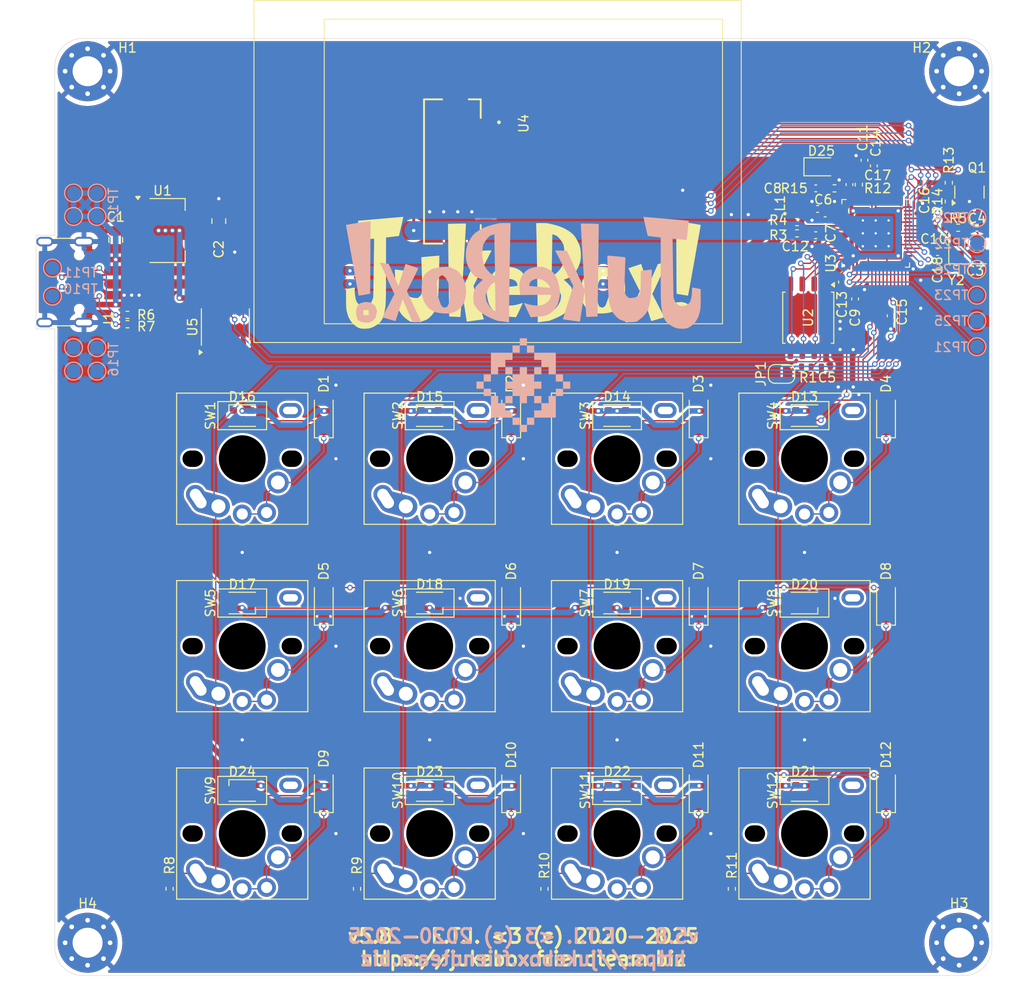
<source format=kicad_pcb>
(kicad_pcb (version 20240108) (generator "pcbnew") (generator_version "8.0")
  (title_block (title "JukeBoxV5") (date "2023-12-25") (rev "REV1") (company "Friend Team Inc."))
  (layers (0 "F.Cu" signal) (31 "B.Cu" signal) (34 "B.Paste" user) (35 "F.Paste" user) (36 "B.SilkS" user "B.Silkscreen") (37 "F.SilkS" user "F.Silkscreen") (38 "B.Mask" user) (39 "F.Mask" user) (44 "Edge.Cuts" user))
  (net 0 "")
  (net 1 "GND")
  (net 2 "VBUS")
  (net 3 "/XIN")
  (net 4 "/XOUT")
  (net 5 "+3V3")
  (net 6 "+1V1")
  (net 7 "/~{USB_BOOT}")
  (net 8 "/KBROW1")
  (net 9 "/KBROW2")
  (net 10 "/KBROW3")
  (net 11 "/RGBDIN")
  (net 12 "/KBCOL1")
  (net 13 "/KBCOL2")
  (net 14 "/KBCOL3")
  (net 15 "/KBCOL4")
  (net 16 "/LEDPIN")
  (net 17 "/SCRBL")
  (net 18 "/SCRCS")
  (net 19 "/SCRRST")
  (net 20 "/GPIO3")
  (net 21 "/I2C0SDA")
  (net 22 "/I2C0SCL")
  (net 23 "/GPIO28_ADC2")
  (net 24 "/GPIO27_ADC1")
  (net 25 "/GPIO17")
  (net 26 "/SCRD1")
  (net 27 "/SCRD6")
  (net 28 "/SCRD7")
  (net 29 "/QSPI_SS")
  (net 30 "/QSPI_SD3")
  (net 31 "/QSPI_SCLK")
  (net 32 "/QSPI_SD0")
  (net 33 "/QSPI_SD2")
  (net 34 "/QSPI_SD1")
  (net 35 "/USB_D+")
  (net 36 "/USB_D-")
  (net 37 "/DBGRX")
  (net 38 "/DBGTX")
  (net 39 "/DBGSC")
  (net 40 "/DBGSD")
  (net 41 "/RGBDOUT")
  (net 42 "/USB_R_D+")
  (net 43 "/USB_R_D-")
  (net 44 "/SCRD5")
  (net 45 "/SCRD2")
  (net 46 "/SCRD4")
  (net 47 "/SCRD3")
  (net 48 "/SCRD0")
  (net 49 "/LEDK")
  (net 50 "Net-(D1-A)")
  (net 51 "Net-(D2-A)")
  (net 52 "Net-(D3-A)")
  (net 53 "Net-(D4-A)")
  (net 54 "Net-(D5-A)")
  (net 55 "Net-(D6-A)")
  (net 56 "Net-(D7-A)")
  (net 57 "Net-(D8-A)")
  (net 58 "Net-(D9-A)")
  (net 59 "Net-(D10-A)")
  (net 60 "Net-(D11-A)")
  (net 61 "Net-(D12-A)")
  (net 62 "Net-(D13-DOUT)")
  (net 63 "Net-(D14-DOUT)")
  (net 64 "Net-(D15-DOUT)")
  (net 65 "Net-(D16-DOUT)")
  (net 66 "Net-(D17-DOUT)")
  (net 67 "Net-(D18-DOUT)")
  (net 68 "Net-(D19-DOUT)")
  (net 69 "Net-(D20-DOUT)")
  (net 70 "Net-(D21-DOUT)")
  (net 71 "Net-(D22-DOUT)")
  (net 72 "Net-(D23-DOUT)")
  (net 73 "Net-(D25-A)")
  (net 75 "Net-(J1-CC1)")
  (net 77 "Net-(J1-CC2)")
  (net 78 "Net-(Q1-C)")
  (net 79 "Net-(Q1-B)")
  (net 80 "Net-(C4-Pad2)")
  (net 81 "/SCRCLK")
  (net 82 "/SCRDC")
  (net 83 "/VREG_AVDD")
  (net 84 "/VREG_LX")
  (footprint "LED_SMD:LED_WS2812B-2020_PLCC4_2.0x2.0mm" (layer "F.Cu") (at 82.59 107.25)
    (property "Reference" "D16")
    (property "Value" "WS2812B")
  )
  (footprint "Diode_SMD:D_SOD-123" (layer "F.Cu") (at 151.29 107.25 90)
    (property "Reference" "D4")
    (property "Value" "1N4148W")
  )
  (footprint "Resistor_SMD:R_0402_1005Metric" (layer "F.Cu") (at 157.99 84.4 90)
    (property "Reference" "R14")
    (property "Value" "1k")
  )
  (footprint "Capacitor_SMD:C_0402_1005Metric" (layer "F.Cu") (at 147.39 82.6 90)
    (property "Reference" "C17")
    (property "Value" "100n")
  )
  (footprint "Package_TO_SOT_SMD:SOT-23" (layer "F.Cu") (at 160.19 83.4 90)
    (property "Reference" "Q1")
    (property "Value" "Q_NPN_BEC")
  )
  (footprint "Diode_SMD:D_0805_2012Metric_Pad1.15x1.40mm_HandSolder" (layer "F.Cu") (at 144.39 80.7)
    (property "Reference" "D25")
    (property "Value" "LED")
  )
  (footprint "Diode_SMD:D_SOD-123" (layer "F.Cu") (at 111.29 147.25 90)
    (property "Reference" "D10")
    (property "Value" "1N4148W")
  )
  (footprint "Capacitor_SMD:C_0402_1005Metric" (layer "F.Cu") (at 148.99 80 90)
    (property "Reference" "C11")
    (property "Value" "100n")
  )
  (footprint "Package_SO:SOIC-8_3.9x4.9mm_P1.27mm" (layer "F.Cu") (at 80.79 97.8 90)
    (property "Reference" "U5")
    (property "Value" "CAT24C512")
  )
  (footprint "JukeBox:ALLKEY" (layer "F.Cu") (at 102.59 151.85)
    (property "Reference" "SW10")
    (property "Value" "SW_SPST")
  )
  (footprint "Resistor_SMD:R_0402_1005Metric" (layer "F.Cu") (at 148.39 82.6 90)
    (property "Reference" "R12")
    (property "Value" "10k")
  )
  (footprint "Capacitor_SMD:C_0402_1005Metric" (layer "F.Cu") (at 143.79 88 180)
    (property "Reference" "C12")
    (property "Value" "100n")
  )
  (footprint "LED_SMD:LED_WS2812B-2020_PLCC4_2.0x2.0mm" (layer "F.Cu") (at 122.59 107.25)
    (property "Reference" "D14")
    (property "Value" "WS2812B")
  )
  (footprint "MountingHole:MountingHole_3.2mm_M3_Pad_Via" (layer "F.Cu") (at 159.09 163.5)
    (property "Reference" "H3")
    (property "Value" "MountingHole_Pad")
  )
  (footprint "JukeBox:ALLKEY" (layer "F.Cu") (at 122.59 111.85)
    (property "Reference" "SW3")
    (property "Value" "SW_SPST")
  )
  (footprint "JukeBox:TFTQ-T20ST22ZP01" (layer "F.Cu") (at 109.84 81.2)
    (property "Reference" "U4")
    (property "Value" "~")
  )
  (footprint "Capacitor_SMD:C_0402_1005Metric" (layer "F.Cu") (at 158.79 91.6)
    (property "Reference" "C3")
    (property "Value" "15p")
  )
  (footprint "Diode_SMD:D_SOD-123" (layer "F.Cu") (at 151.29 127.25 90)
    (property "Reference" "D8")
    (property "Value" "1N4148W")
  )
  (footprint "Package_TO_SOT_SMD:SOT-223-3_TabPin2" (layer "F.Cu") (at 74.59 87.5)
    (property "Reference" "U1")
    (property "Value" "NCP1117-3.3_SOT223")
  )
  (footprint "Capacitor_SMD:C_0402_1005Metric" (layer "F.Cu") (at 156.79 89.8)
    (property "Reference" "C18")
    (property "Value" "100n")
  )
  (footprint "JukeBox:ALLKEY" (layer "F.Cu") (at 82.59 131.85)
    (property "Reference" "SW5")
    (property "Value" "SW_SPST")
  )
  (footprint "Capacitor_SMD:C_0402_1005Metric" (layer "F.Cu") (at 147.99 94.8 -90)
    (property "Reference" "C9")
    (property "Value" "100n")
  )
  (footprint "JukeBox:ALLKEY" (layer "F.Cu") (at 82.59 111.85)
    (property "Reference" "SW1")
    (property "Value" "SW_SPST")
  )
  (footprint "MountingHole:MountingHole_3.2mm_M3_Pad_Via" (layer "F.Cu") (at 66.09 70.5)
    (property "Reference" "H1")
    (property "Value" "MountingHole_Pad")
  )
  (footprint "Diode_SMD:D_SOD-123" (layer "F.Cu") (at 151.29 147.25 90)
    (property "Reference" "D12")
    (property "Value" "1N4148W")
  )
  (footprint "Resistor_SMD:R_0402_1005Metric" (layer "F.Cu") (at 142.79 102)
    (property "Reference" "R1")
    (property "Value" "1k")
  )
  (footprint "JukeBox:ALLKEY" (layer "F.Cu") (at 82.59 151.85)
    (property "Reference" "SW9")
    (property "Value" "SW_SPST")
  )
  (footprint "Resistor_SMD:R_0402_1005Metric" (layer "F.Cu") (at 70.34 96.5)
    (property "Reference" "R6")
    (property "Value" "5.11k")
  )
  (footprint "JukeBox:ALLKEY" (layer "F.Cu") (at 102.59 131.85)
    (property "Reference" "SW6")
    (property "Value" "SW_SPST")
  )
  (footprint "LED_SMD:LED_WS2812B-2020_PLCC4_2.0x2.0mm" (layer "F.Cu") (at 102.59 107.25)
    (property "Reference" "D15")
    (property "Value" "WS2812B")
  )
  (footprint "Capacitor_SMD:C_0402_1005Metric" (layer "F.Cu") (at 156.99 87.2)
    (property "Reference" "C10")
    (property "Value" "4.7u")
  )
  (footprint "JukeBox:ALLKEY" (layer "F.Cu") (at 102.59 111.85)
    (property "Reference" "SW2")
    (property "Value" "SW_SPST")
  )
  (footprint "Diode_SMD:D_SOD-123" (layer "F.Cu") (at 111.29 127.25 90)
    (property "Reference" "D6")
    (property "Value" "1N4148W")
  )
  (footprint "Capacitor_SMD:C_0402_1005Metric" (layer "F.Cu") (at 146.59 93 -90)
    (property "Reference" "C13")
    (property "Value" "100n")
  )
  (footprint "Resistor_SMD:R_0402_1005Metric" (layer "F.Cu") (at 134.84 157.75 90)
    (property "Reference" "R11")
    (property "Value" "10k")
  )
  (footprint "MountingHole:MountingHole_3.2mm_M3_Pad_Via" (layer "F.Cu") (at 159.09 70.5)
    (property "Reference" "H2")
    (property "Value" "MountingHole_Pad")
  )
  (footprint "Capacitor_SMD:C_0402_1005Metric" (layer "F.Cu") (at 143.99 85.2 180)
    (property "Reference" "C6")
    (property "Value" "4.7u")
  )
  (footprint "Resistor_SMD:R_0402_1005Metric" (layer "F.Cu") (at 141.79 86.6)
    (property "Reference" "R4")
    (property "Value" "27")
  )
  (footprint "LED_SMD:LED_WS2812B-2020_PLCC4_2.0x2.0mm" (layer "F.Cu") (at 142.59 147.25)
    (property "Reference" "D21")
    (property "Value" "WS2812B")
  )
  (footprint "MountingHole:MountingHole_3.2mm_M3_Pad_Via" (layer "F.Cu") (at 66.09 163.5)
    (property "Reference" "H4")
    (property "Value" "MountingHole_Pad")
  )
  (footprint "LED_SMD:LED_WS2812B-2020_PLCC4_2.0x2.0mm" (layer "F.Cu") (at 102.59 147.25)
    (property "Reference" "D23")
    (property "Value" "WS2812B")
  )
  (footprint "JukeBox:RP2350-QFN-60-1EP_7x7_P0.4mm_EP3.4x3.4mm_ThermalVias" (layer "F.Cu") (at 150.19 87.8 90)
    (property "Reference" "U3")
    (property "Value" "RP2350_60QFN")
  )
  (footprint "Resistor_SMD:R_0402_1005Metric" (layer "F.Cu") (at 157.99 82.4 90)
    (property "Reference" "R13")
    (property "Value" "10")
  )
  (footprint "Resistor_SMD:R_0402_1005Metric" (layer "F.Cu") (at 145.79 83 180)
    (property "Reference" "R15")
    (property "Value" "33")
  )
  (footprint "Diode_SMD:D_SOD-123" (layer "F.Cu") (at 111.29 107.25 90)
    (property "Reference" "D2")
    (property "Value" "1N4148W")
  )
  (footprint "Capacitor_SMD:C_0402_1005Metric" (layer "F.Cu") (at 144.79 86.4 180)
    (property "Reference" "C7")
    (property "Value" "4.7u")
  )
  (footprint "LED_SMD:LED_WS2812B-2020_PLCC4_2.0x2.0mm" (layer "F.Cu") (at 122.59 127.25 180)
    (property "Reference" "D19")
    (property "Value" "WS2812B")
  )
  (footprint "JukeBox:ALLKEY" (layer "F.Cu") (at 142.59 151.85)
    (property "Reference" "SW12")
    (property "Value" "SW_SPST")
  )
  (footprint "Diode_SMD:D_SOD-123" (layer "F.Cu") (at 131.29 127.25 90)
    (property "Reference" "D7")
    (property "Value" "1N4148W")
  )
  (footprint "Capacitor_SMD:C_0402_1005Metric" (layer "F.Cu") (at 149.99 80.6 90)
    (property "Reference" "C14")
    (property "Value" "100n")
  )
  (footprint "LED_SMD:LED_WS2812B-2020_PLCC4_2.0x2.0mm" (layer "F.Cu") (at 82.59 147.25)
    (property "Reference" "D24")
    (property "Value" "WS2812B")
  )
  (footprint "JukeBox:ALLKEY" (layer "F.Cu") (at 142.59 111.85)
    (property "Reference" "SW4")
    (property "Value" "SW_SPST")
  )
  (footprint "Capacitor_SMD:C_0402_1005Metric" (layer "F.Cu") (at 160.99 87.2 180)
    (property "Reference" "C4")
    (property "Value" "15p")
  )
  (footprint "JukeBox:L_pol_2016" (layer "F.Cu") (at 141.79 84.8 90)
    (property "Reference" "L1")
    (property "Value" "3.3u")
  )
  (footprint "Jumper:SolderJumper-2_P1.3mm_Open_RoundedPad1.0x1.5mm" (layer "F.Cu") (at 140.14 102.8)
    (property "Reference" "JP1")
    (property "Value" "SolderJumper_2_Open")
  )
  (footprint "Diode_SMD:D_SOD-123" (layer "F.Cu") (at 91.29 147.25 90)
    (property "Reference" "D9")
    (property "Value" "1N4148W")
  )
  (footprint "Package_SO:SOIC-8_5.23x5.23mm_P1.27mm" (layer "F.Cu") (at 142.99 96.8 -90)
    (property "Reference" "U2")
    (property "Value" "W25Q128JVS")
  )
  (footprint "Capacitor_SMD:C_0805_2012Metric" (layer "F.Cu") (at 80.09 86.5 90)
    (property "Reference" "C2")
    (property "Value" "10u")
  )
  (footprint "LED_SMD:LED_WS2812B-2020_PLCC4_2.0x2.0mm" (layer "F.Cu") (at 142.59 107.25)
    (property "Reference" "D13")
    (property "Value" "WS2812B")
  )
  (footprint "JukeBox:ALLKEY" (layer "F.Cu") (at 122.59 131.85)
    (property "Reference" "SW7")
    (property "Value" "SW_SPST")
  )
  (footprint "Capacitor_SMD:C_0402_1005Metric" (layer "F.Cu") (at 144.87 102 180)
    (property "Reference" "C5")
    (property "Value" "100n")
  )
  (footprint "JukeBox:JukeBox" (layer "F.Cu") (at 112.59 92)
    (property "Reference" "G1" (hide yes))
    (property "Value" "LOGO" (hide yes))
  )
  (footprint "Capacitor_SMD:C_0805_2012Metric" (layer "F.Cu") (at 69.09 88.5 90)
    (property "Reference" "C1")
    (property "Value" "10u")
  )
  (footprint "Diode_SMD:D_SOD-123" (layer "F.Cu") (at 91.29 107.25 90)
    (property "Reference" "D1")
    (property "Value" "1N4148W")
  )
  (footprint "LED_SMD:LED_WS2812B-2020_PLCC4_2.0x2.0mm" (layer "F.Cu") (at 82.59 127.25 180)
    (property "Reference" "D17")
    (property "Value" "WS2812B")
  )
  (footprint "LED_SMD:LED_WS2812B-2020_PLCC4_2.0x2.0mm" (layer "F.Cu") (at 142.59 127.25 180)
    (property "Reference" "D20")
    (property "Value" "WS2812B")
  )
  (footprint "Resistor_SMD:R_0402_1005Metric" (layer "F.Cu") (at 114.84 157.75 90)
    (property "Reference" "R10")
    (property "Value" "10k")
  )
  (footprint "Resistor_SMD:R_0402_1005Metric" (layer "F.Cu") (at 94.84 157.75 90)
    (property "Reference" "R9")
    (property "Value" "10k")
  )
  (footprint "Resistor_SMD:R_0402_1005Metric" (layer "F.Cu") (at 70.34 97.5)
    (property "Reference" "R7")
    (property "Value" "5.11k")
  )
  (footprint "JukeBox:ALLKEY" (layer "F.Cu") (at 122.59 151.85)
    (property "Reference" "SW11")
    (property "Value" "SW_SPST")
  )
  (footprint "Resistor_SMD:R_0402_1005Metric" (layer "F.Cu") (at 158.99 87.2)
    (property "Reference" "R5")
    (property "Value" "1k")
  )
  (footprint "Resistor_SMD:R_0402_1005Metric" (layer "F.Cu") (at 141.79 87.8)
    (property "Reference" "R3")
    (property "Value" "27")
  )
  (footprint "Crystal:Crystal_SMD_Abracon_ABM8G-4Pin_3.2x2.5mm" (layer "F.Cu") (at 159.99 89.4)
    (property "Reference" "Y2")
    (property "Value" "ABM8-272-T3")
  )
  (footprint "LED_SMD:LED_WS2812B-2020_PLCC4_2.0x2.0mm" (layer "F.Cu") (at 122.59 147.25)
    (property "Reference" "D22")
    (property "Value" "WS2812B")
  )
  (footprint "Diode_SMD:D_SOD-123" (layer "F.Cu") (at 131.29 147.25 90)
    (property "Reference" "D11")
    (property "Value" "1N4148W")
  )
  (footprint "JukeBox:ALLKEY" (layer "F.Cu") (at 142.59 131.85)
    (property "Reference" "SW8")
    (property "Value" "SW_SPST")
  )
  (footprint "LED_SMD:LED_WS2812B-2020_PLCC4_2.0x2.0mm" (layer "F.Cu") (at 102.59 127.25 180)
    (property "Reference" "D18")
    (property "Value" "WS2812B")
  )
  (footprint "Capacitor_SMD:C_0402_1005Metric" (layer "F.Cu") (at 155.39 82.4)
    (property "Reference" "C16")
    (property "Value" "100n")
  )
  (footprint "Connector_USB:USB_C_Receptacle_GCT_USB4105-xx-A_16P_TopMnt_Horizontal" (layer "F.Cu") (at 62.59 93 -90)
    (property "Reference" "J1")
    (property "Value" "USB_C_Receptacle_USB2.0_16P")
  )
  (footprint "Diode_SMD:D_SOD-123" (layer "F.Cu") (at 131.29 107.25 90)
    (property "Reference" "D3")
    (property "Value" "1N4148W")
  )
  (footprint "Resistor_SMD:R_0402_1005Metric" (layer "F.Cu") (at 74.84 157.74 90)
    (property "Reference" "R8")
    (property "Value" "10k")
  )
  (footprint "Diode_SMD:D_SOD-123" (layer "F.Cu") (at 91.29 127.25 90)
    (property "Reference" "D5")
    (property "Value" "1N4148W")
  )
  (footprint "Capacitor_SMD:C_0402_1005Metric" (layer "F.Cu") (at 151.79 96.6 -90)
    (property "Reference" "C15")
    (property "Value" "100n")
  )
  (footprint "Capacitor_SMD:C_0402_1005Metric" (layer "F.Cu") (at 143.79 83 180)
    (property "Reference" "C8")
    (property "Value" "4.7u")
  )
  (footprint "JukeBox:JukeBox" (layer "B.Cu") (at 112.59 92 180)
    (property "Reference" "G1" (hide yes))
    (property "Value" "LOGO" (hide yes))
  )
  (footprint "TestPoint:TestPoint_Pad_D1.5mm" (layer "B.Cu") (at 160.99 99.9 180)
    (property "Reference" "TP21")
    (property "Value" "TestPoint")
  )
  (footprint "TestPoint:TestPoint_Pad_D1.5mm" (layer "B.Cu") (at 160.99 91.65)
    (property "Reference" "TP26")
    (property "Value" "TestPoint")
  )
  (footprint "TestPoint:TestPoint_Pad_D1.5mm" (layer "B.Cu") (at 67.09 83.5 180)
    (property "Reference" "TP12")
    (property "Value" "TestPoint")
  )
  (footprint "TestPoint:TestPoint_Pad_D1.5mm" (layer "B.Cu") (at 62.34 94.5 180)
    (property "Reference" "TP10")
    (property "Value" "TestPoint")
  )
  (footprint "TestPoint:TestPoint_Pad_D1.5mm" (layer "B.Cu") (at 64.59 100 180)
    (property "Reference" "TP17" (hide yes))
    (property "Value" "TestPoint")
  )
  (footprint "TestPoint:TestPoint_Pad_D1.5mm" (layer "B.Cu") (at 64.59 83.5 180)
    (property "Reference" "TP15" (hide yes))
    (property "Value" "TestPoint")
  )
  (footprint "TestPoint:TestPoint_Pad_D1.5mm" (layer "B.Cu") (at 160.99 97.15 180)
    (property "Reference" "TP25")
    (property "Value" "TestPoint")
  )
  (footprint "TestPoint:TestPoint_Pad_D1.5mm" (layer "B.Cu") (at 67.09 86 180)
    (property "Reference" "TP13" (hide yes))
    (property "Value" "TestPoint")
  )
  (footprint "TestPoint:TestPoint_Pad_D1.5mm" (layer "B.Cu") (at 160.99 86.15)
    (property "Reference" "TP24")
    (property "Value" "TestPoint")
  )
  (footprint "TestPoint:TestPoint_Pad_D1.5mm" (layer "B.Cu") (at 67.09 100 180)
    (property "Reference" "TP16")
    (property "Value" "TestPoint")
  )
  (footprint "TestPoint:TestPoint_Pad_D1.5mm" (layer "B.Cu") (at 64.59 102.5 180)
    (property "Reference" "TP19" (hide yes))
    (property "Value" "TestPoint")
  )
  (footprint "TestPoint:TestPoint_Pad_D1.5mm" (layer "B.Cu") (at 64.59 86 180)
    (property "Reference" "TP14" (hide yes))
    (property "Value" "TestPoint")
  )
  (footprint "TestPoint:TestPoint_Pad_D1.5mm" (layer "B.Cu") (at 160.99 94.4 180)
    (property "Reference" "TP23")
    (property "Value" "TestPoint")
  )
  (footprint "TestPoint:TestPoint_Pad_D1.5mm" (layer "B.Cu") (at 160.99 88.9 180)
    (property "Reference" "TP22")
    (property "Value" "TestPoint")
  )
  (footprint "TestPoint:TestPoint_Pad_D1.5mm" (layer "B.Cu") (at 67.09 102.5 180)
    (property "Reference" "TP18" (hide yes))
    (property "Value" "TestPoint")
  )
  (footprint "JukeBox:FTI" (layer "B.Cu") (at 112.59 104 180)
    (property "Reference" "G***" (hide yes))
    (property "Value" "LOGO" (hide yes))
  )
  (footprint "TestPoint:TestPoint_Pad_D1.5mm" (layer "B.Cu") (at 62.34 91.5 180)
    (property "Reference" "TP11")
    (property "Value" "TestPoint")
  )
  (gr_arc (start 62.59 70) (mid 63.46868 67.87868) (end 65.59 67) (stroke (width 0.05)) (layer "Edge.Cuts"))
  (gr_line (start 62.59 88) (end 62.59 70) (stroke (width 0.05)) (layer "Edge.Cuts"))
  (gr_line (start 62.59 98) (end 62.59 164) (stroke (width 0.05)) (layer "Edge.Cuts"))
  (gr_line (start 65.59 67) (end 159.59 67) (stroke (width 0.05)) (layer "Edge.Cuts"))
  (gr_arc (start 159.59 67) (mid 161.71132 67.87868) (end 162.59 70) (stroke (width 0.05)) (layer "Edge.Cuts"))
  (gr_line (start 65.59 167) (end 159.59 167) (stroke (width 0.05)) (layer "Edge.Cuts"))
  (gr_arc (start 65.59 167) (mid 63.46868 166.12132) (end 62.59 164) (stroke (width 0.05)) (layer "Edge.Cuts"))
  (gr_line (start 60.59 98) (end 62.59 98) (stroke (width 0.05)) (layer "Edge.Cuts"))
  (gr_line (start 60.59 88) (end 60.59 98) (stroke (width 0.05)) (layer "Edge.Cuts"))
  (gr_line (start 62.59 88) (end 60.59 88) (stroke (width 0.05)) (layer "Edge.Cuts"))
  (gr_arc (start 162.59 164) (mid 161.71132 166.12132) (end 159.59 167) (stroke (width 0.05)) (layer "Edge.Cuts"))
  (gr_line (start 162.59 164) (end 162.59 70) (stroke (width 0.05)) (layer "Edge.Cuts"))
  (gr_text "v5.8 - F.T.I. <3 (c) 2020-2025\nhttps://jukebox.friendteam.biz" (at 112.59 164 0) (layer "B.SilkS") (effects (font (size 1.5 1.5) (thickness 0.3)) (justify mirror)))
  (gr_text "v5.8 - F.T.I. <3 (c) 2020-2025\nhttps://jukebox.friendteam.biz" (at 112.59 164 0) (layer "F.SilkS") (effects (font (size 1.5 1.5) (thickness 0.3))))
  (segment (start 66.27 96.2) (end 66.27 96.745) (width 0.6) (layer "F.Cu") (net 1))
  (segment (start 145.79 84.875) (end 146.315 85.4) (width 0.15) (layer "F.Cu") (net 1))
  (segment (start 149.39 79.52) (end 149.99 80.12) (width 0.15) (layer "F.Cu") (net 1))
  (segment (start 160.84 90.25) (end 161.09 90.25) (width 0.6) (layer "F.Cu") (net 1))
  (segment (start 159.09 88.5) (end 158.84 88.5) (width 0.15) (layer "F.Cu") (net 1))
  (segment (start 148.99 79.52) (end 149.39 79.52) (width 0.15) (layer "F.Cu") (net 1))
  (segment (start 159.99 89.4) (end 160.84 90.25) (width 0.6) (layer "F.Cu") (net 1))
  (segment (start 158.89 88.55) (end 159.14 88.55) (width 0.6) (layer "F.Cu") (net 1))
  (segment (start 145.79 84.4) (end 145.79 84.875) (width 0.15) (layer "F.Cu") (net 1))
  (segment (start 66.27 89.8) (end 66.27 89.255) (width 0.6) (layer "F.Cu") (net 1))
  (segment (start 66.27 89.255) (end 65.695 88.68) (width 0.6) (layer "F.Cu") (net 1))
  (segment (start 146.315 85.4) (end 146.7525 85.4) (width 0.15) (layer "F.Cu") (net 1))
  (segment (start 66.27 96.745) (end 65.695 97.32) (width 0.6) (layer "F.Cu") (net 1))
  (segment (start 159.14 88.55) (end 159.99 89.4) (width 0.6) (layer "F.Cu") (net 1))
  (via (at 159.99 89.4) (size 0.6) (drill 0.35) (layers "F.Cu" "B.Cu") (net 1))
  (via (at 102.59 141.85) (size 0.6) (drill 0.35) (layers "F.Cu" "B.Cu") (net 1))
  (via (at 112.59 131.85) (size 0.6) (drill 0.35) (layers "F.Cu" "B.Cu") (net 1))
  (via (at 146.29 82.1) (size 0.6) (drill 0.35) (layers "F.Cu" "B.Cu") (net 1))
  (via (at 70.79 94.4) (size 0.6) (drill 0.35) (layers "F.Cu" "B.Cu") (net 1))
  (via (at 147.79 104.2) (size 0.6) (drill 0.35) (layers "F.Cu" "B.Cu") (net 1))
  (via (at 122.59 141.85) (size 0.6) (drill 0.35) (layers "F.Cu" "B.Cu") (net 1))
  (via (at 82.59 121.85) (size 0.6) (drill 0.35) (layers "F.Cu" "B.Cu") (net 1))
  (via (at 146.39 97.2) (size 0.6) (drill 0.35) (layers "F.Cu" "B.Cu") (net 1))
  (via (at 105.84 126.75) (size 0.6) (drill 0.35) (layers "F.Cu" "B.Cu") (net 1))
  (via (at 129.59 83.2) (size 0.6) (drill 0.35) (layers "F.Cu" "B.Cu") (net 1))
  (via (at 125.84 126.75) (size 0.6) (drill 0.35) (layers "F.Cu" "B.Cu") (net 1))
  (via (at 102.59 121.85) (size 0.6) (drill 0.35) (layers "F.Cu" "B.Cu") (net 1))
  (via (at 80.09 84.1) (size 0.6) (drill 0.35) (layers "F.Cu" "B.Cu") (net 1))
  (via (at 107.09 85.5) (size 0.6) (drill 0.35) (layers "F.Cu" "B.Cu") (net 1))
  (via (at 154.19 91.6) (size 0.6) (drill 0.35) (layers "F.Cu" "B.Cu") (net 1))
  (via (at 134.79 85.8) (size 0.6) (drill 0.35) (layers "F.Cu" "B.Cu") (net 1))
  (via (at 154.99 92.8) (size 0.6) (drill 0.35) (layers "F.Cu" "B.Cu") (net 1))
  (via (at 92.59 151.85) (size 0.6) (drill 0.35) (layers "F.Cu" "B.Cu") (net 1))
  (via (at 143.39 89.2) (size 0.6) (drill 0.35) (layers "F.Cu" "B.Cu") (net 1))
  (via (at 146.19 104.2) (size 0.6) (drill 0.35) (layers "F.Cu" "B.Cu") (net 1))
  (via (at 145.84 126.75) (size 0.6) (drill 0.35) (layers "F.Cu" "B.Cu") (net 1))
  (via (at 81.79 89.8) (size 0.6) (drill 0.35) (layers "F.Cu" "B.Cu") (net 1))
  (via (at 132.59 111.85) (size 0.6) (drill 0.35) (layers "F.Cu" "B.Cu") (net 1))
  (via (at 112.59 151.85) (size 0.6) (drill 0.35) (layers "F.Cu" "B.Cu") (net 1))
  (via (at 82.59 141.85) (size 0.6) (drill 0.35) (layers "F.Cu" "B.Cu") (net 1))
  (via (at 92.59 131.85) (size 0.6) (drill 0.35) (layers "F.Cu" "B.Cu") (net 1))
  (via (at 102.59 85.5) (size 0.6) (drill 0.35) (layers "F.Cu" "B.Cu") (net 1))
  (via (at 136.59 85.8) (size 0.6) (drill 0.35) (layers "F.Cu" "B.Cu") (net 1))
  (via (at 155.19 84.6) (size 0.6) (drill 0.35) (layers "F.Cu" "B.Cu") (net 1))
  (via (at 92.59 104) (size 0.6) (drill 0.35) (layers "F.Cu" "B.Cu") (net 1))
  (via (at 147.79 100.2) (size 0.6) (drill 0.35) (layers "F.Cu" "B.Cu") (net 1))
  (via (at 146.39 100.2) (size 0.6) (drill 0.35) (layers "F.Cu" "B.Cu") (net 1))
  (via (at 71.59 94.4) (size 0.6) (drill 0.35) (layers "F.Cu" "B.Cu") (net 1))
  (via (at 104.09 85.5) (size 0.6) (drill 0.35) (layers "F.Cu" "B.Cu") (net 1))
  (via (at 148.09 79.5) (size 0.6) (drill 0.35) (layers "F.Cu" "B.Cu") (net 1))
  (via (at 143.39 84.4) (size 0.6) (drill 0.35) (layers "F.Cu" "B.Cu") (net 1))
  (via (at 146.39 98) (size 0.6) (drill 0.35) (layers "F.Cu" "B.Cu") (net 1))
  (via (at 142.59 141.85) (size 0.6) (drill 0.35) (layers "F.Cu" "B.Cu") (net 1))
  (via (at 112.59 104) (size 0.6) (drill 0.35) (layers "F.Cu" "B.Cu") (net 1))
  (via (at 132.59 131.85) (size 0.6) (drill 0.35) (layers "F.Cu" "B.Cu") (net 1))
  (via (at 148.39 105) (size 0.6) (drill 0.35) (layers "F.Cu" "B.Cu") (net 1))
  (via (at 151.79 98) (size 0.6) (drill 0.35) (layers "F.Cu" "B.Cu") (net 1))
  (via (at 145.79 84.4) (size 0.6) (drill 0.35) (layers "F.Cu" "B.Cu") (net 1))
  (via (at 122.59 121.85) (size 0.6) (drill 0.35) (layers "F.Cu" "B.Cu") (net 1))
  (via (at 148.99 93.8) (size 0.6) (drill 0.35) (layers "F.Cu" "B.Cu") (net 1))
  (via (at 160.19 84.4) (size 0.6) (drill 0.35) (layers "F.Cu" "B.Cu") (net 1))
  (via (at 142.59 121.85) (size 0.6) (drill 0.35) (layers "F.Cu" "B.Cu") (net 1))
  (via (at 105.59 85.5) (size 0.6) (drill 0.35) (layers "F.Cu" "B.Cu") (net 1))
  (via (at 112.59 111.85) (size 0.6) (drill 0.35) (layers "F.Cu" "B.Cu") (net 1))
  (via (at 132.59 104) (size 0.6) (drill 0.35) (layers "F.Cu" "B.Cu") (net 1))
  (via (at 143.39 86.4) (size 0.6) (drill 0.35) (layers "F.Cu" "B.Cu") (net 1))
  (via (at 132.59 151.85) (size 0.6) (drill 0.35) (layers "F.Cu" "B.Cu") (net 1))
  (via (at 69.99 94.4) (size 0.6) (drill 0.35) (layers "F.Cu" "B.Cu") (net 1))
  (via (at 154.99 95.8) (size 0.6) (drill 0.35) (layers "F.Cu" "B.Cu") (net 1))
  (via (at 92.59 111.85) (size 0.6) (drill 0.35) (layers "F.Cu" "B.Cu") (net 1))
  (segment (start 142.59 146.75) (end 143.455 146.75) (width 0.6) (layer "F.Cu") (net 2))
  (segment (start 100.59 106.75) (end 91.34 106.75) (width 0.6) (layer "F.Cu") (net 2))
  (segment (start 70.901056 95.4) (end 80.501056 105) (width 0.6) (layer "F.Cu") (net 2))
  (segment (start 74.84 110.75) (end 74.84 121.375) (width 0.6) (layer "F.Cu") (net 2))
  (segment (start 123.455 146.75) (end 123.505 146.7) (width 0.6) (layer "F.Cu") (net 2))
  (segment (start 124.54 146.7) (end 124.59 146.75) (width 0.6) (layer "F.Cu") (net 2))
  (segment (start 101.625 127.75) (end 101.675 127.8) (width 0.6) (layer "F.Cu") (net 2))
  (segment (start 69.09 90.6) (end 66.27 90.6) (width 0.6) (layer "F.Cu") (net 2))
  (segment (start 138.09 127.75) (end 141.625 127.75) (width 0.6) (layer "F.Cu") (net 2))
  (segment (start 103.455 146.75) (end 103.505 146.7) (width 0.6) (layer "F.Cu") (net 2))
  (segment (start 69.09 95.4) (end 70.901056 95.4) (width 0.6) (layer "F.Cu") (net 2))
  (segment (start 81.265 127.8) (end 81.675 127.8) (width 0.6) (layer "F.Cu") (net 2))
  (segment (start 74.84 121.375) (end 74.84 138.035) (width 0.6) (layer "F.Cu") (net 2))
  (segment (start 81.805 105) (end 83.505 106.7) (width 0.6) (layer "F.Cu") (net 2))
  (segment (start 118.09 127.75) (end 121.625 127.75) (width 0.6) (layer "F.Cu") (net 2))
  (segment (start 142.59 106.75) (end 143.455 106.75) (width 0.6) (layer "F.Cu") (net 2))
  (segment (start 69.09 90.6) (end 70.64 90.6) (width 0.6) (layer "F.Cu") (net 2))
  (segment (start 143.455 146.75) (end 143.505 146.7) (width 0.6) (layer "F.Cu") (net 2))
  (segment (start 122.59 146.75) (end 123.455 146.75) (width 0.6) (layer "F.Cu") (net 2))
  (segment (start 101.675 127.8) (end 102.54 127.8) (width 0.6) (layer "F.Cu") (net 2))
  (segment (start 83.505 106.7) (end 82.64 106.7) (width 0.6) (layer "F.Cu") (net 2))
  (segment (start 103.505 146.7) (end 104.54 146.7) (width 0.6) (layer "F.Cu") (net 2))
  (segment (start 91.34 146.75) (end 100.59 146.75) (width 0.6) (layer "F.Cu") (net 2))
  (segment (start 121.675 127.8) (end 122.54 127.8) (width 0.6) (layer "F.Cu") (net 2))
  (segment (start 111.34 146.75) (end 120.59 146.75) (width 0.6) (layer "F.Cu") (net 2))
  (segment (start 103.455 106.75) (end 103.505 106.7) (width 0.6) (layer "F.Cu") (net 2))
  (segment (start 143.455 106.75) (end 143.505 106.7) (width 0.6) (layer "F.Cu") (net 2))
  (segment (start 102.59 106.75) (end 103.455 106.75) (width 0.6) (layer "F.Cu") (net 2))
  (segment (start 81.675 127.8) (end 82.54 127.8) (width 0.6) (layer "F.Cu") (net 2))
  (segment (start 123.505 146.7) (end 124.54 146.7) (width 0.6) (layer "F.Cu") (net 2))
  (segment (start 122.59 106.75) (end 123.455 106.75) (width 0.6) (layer "F.Cu") (net 2))
  (segment (start 80.501056 105) (end 80.501056 105.088944) (width 0.6) (layer "F.Cu") (net 2))
  (segment (start 74.84 138.035) (end 83.505 146.7) (width 0.6) (layer "F.Cu") (net 2))
  (segment (start 104.54 146.7) (end 104.59 146.75) (width 0.6) (layer "F.Cu") (net 2))
  (segment (start 121.625 127.75) (end 121.675 127.8) (width 0.6) (layer "F.Cu") (net 2))
  (segment (start 97.84 127.75) (end 101.625 127.75) (width 0.6) (layer "F.Cu") (net 2))
  (segment (start 83.505 146.7) (end 84.54 146.7) (width 0.6) (layer "F.Cu") (net 2))
  (segment (start 82.64 106.7) (end 82.59 106.75) (width 0.6) (layer "F.Cu") (net 2))
  (segment (start 80.501056 105) (end 81.805 105) (width 0.6) (layer "F.Cu") (net 2))
  (segment (start 70.64 90.6) (end 71.44 89.8) (width 0.6) (layer "F.Cu") (net 2))
  (segment (start 122.54 127.8) (end 122.59 127.75) (width 0.6) (layer "F.Cu") (net 2))
  (segment (start 102.59 146.75) (end 103.455 146.75) (width 0.6) (layer "F.Cu") (net 2))
  (segment (start 69.09 95.4) (end 66.27 95.4) (width 0.6) (layer "F.Cu") (net 2))
  (segment (start 82.54 127.8) (end 82.59 127.75) (width 0.6) (layer "F.Cu") (net 2))
  (segment (start 80.501056 105.088944) (end 74.84 110.75) (width 0.6) (layer "F.Cu") (net 2))
  (segment (start 102.54 127.8) (end 102.59 127.75) (width 0.6) (layer "F.Cu") (net 2))
  (segment (start 141.625 127.75) (end 141.675 127.8) (width 0.6) (layer "F.Cu") (net 2))
  (segment (start 131.34 106.75) (end 140.59 106.75) (width 0.6) (layer "F.Cu") (net 2))
  (segment (start 111.34 106.75) (end 120.59 106.75) (width 0.6) (layer "F.Cu") (net 2))
  (segment (start 69.09 90.6) (end 69.09 89.45) (width 0.6) (layer "F.Cu") (net 2))
  (segment (start 123.455 106.75) (end 123.505 106.7) (width 0.6) (layer "F.Cu") (net 2))
  (segment (start 74.84 121.375) (end 81.265 127.8) (width 0.6) (layer "F.Cu") (net 2))
  (segment (start 84.54 146.7) (end 84.59 146.75) (width 0.6) (layer "F.Cu") (net 2))
  (segment (start 131.34 146.75) (end 140.59 146.75) (width 0.6) (layer "F.Cu") (net 2))
  (via (at 102.59 146.75) (size 0.6) (drill 0.35) (layers "F.Cu" "B.Cu") (net 2))
  (via (at 100.59 146.75) (size 0.6) (drill 0.35) (layers "F.Cu" "B.Cu") (net 2))
  (via (at 100.59 106.75) (size 0.6) (drill 0.35) (layers "F.Cu" "B.Cu") (net 2))
  (via (at 97.84 127.75) (size 0.6) (drill 0.35) (layers "F.Cu" "B.Cu") (net 2))
  (via (at 120.59 146.75) (size 0.6) (drill 0.35) (layers "F.Cu" "B.Cu") (net 2))
  (via (at 102.59 106.75) (size 0.6) (drill 0.35) (layers "F.Cu" "B.Cu") (net 2))
  (via (at 84.59 146.75) (size 0.6) (drill 0.35) (layers "F.Cu" "B.Cu") (net 2))
  (via (at 122.59 146.75) (size 0.6) (drill 0.35) (layers "F.Cu" "B.Cu") (net 2))
  (via (at 111.34 106.75) (size 0.6) (drill 0.35) (layers "F.Cu" "B.Cu") (net 2))
  (via (at 120.59 106.75) (size 0.6) (drill 0.35) (layers "F.Cu" "B.Cu") (net 2))
  (via (at 138.09 127.75) (size 0.6) (drill 0.35) (layers "F.Cu" "B.Cu") (net 2))
  (via (at 124.59 146.75) (size 0.6) (drill 0.35) (layers "F.Cu" "B.Cu") (net 2))
  (via (at 122.59 106.75) (size 0.6) (drill 0.35) (layers "F.Cu" "B.Cu") (net 2))
  (via (at 82.59 106.75) (size 0.6) (drill 0.35) (layers "F.Cu" "B.Cu") (net 2))
  (via (at 142.59 106.75) (size 0.6) (drill 0.35) (layers "F.Cu" "B.Cu") (net 2))
  (via (at 69.09 90.6) (size 0.6) (drill 0.35) (layers "F.Cu" "B.Cu") (net 2))
  (via (at 131.34 146.75) (size 0.6) (drill 0.35) (layers "F.Cu" "B.Cu") (net 2))
  (via (at 142.59 146.75) (size 0.6) (drill 0.35) (layers "F.Cu" "B.Cu") (net 2))
  (via (at 140.59 146.75) (size 0.6) (drill 0.35) (layers "F.Cu" "B.Cu") (net 2))
  (via (at 122.59 127.75) (size 0.6) (drill 0.35) (layers "F.Cu" "B.Cu") (net 2))
  (via (at 102.59 127.75) (size 0.6) (drill 0.35) (layers "F.Cu" "B.Cu") (net 2))
  (via (at 91.34 146.75) (size 0.6) (drill 0.35) (layers "F.Cu" "B.Cu") (net 2))
  (via (at 111.34 146.75) (size 0.6) (drill 0.35) (layers "F.Cu" "B.Cu") (net 2))
  (via (at 82.59 127.75) (size 0.6) (drill 0.35) (layers "F.Cu" "B.Cu") (net 2))
  (via (at 131.34 106.75) (size 0.6) (drill 0.35) (layers "F.Cu" "B.Cu") (net 2))
  (via (at 118.09 127.75) (size 0.6) (drill 0.35) (layers "F.Cu" "B.Cu") (net 2))
  (via (at 140.59 106.75) (size 0.6) (drill 0.35) (layers "F.Cu" "B.Cu") (net 2))
  (via (at 69.09 95.4) (size 0.6) (drill 0.35) (layers "F.Cu" "B.Cu") (net 2))
  (via (at 104.59 146.75) (size 0.6) (drill 0.35) (layers "F.Cu" "B.Cu") (net 2))
  (via (at 91.34 106.75) (size 0.6) (drill 0.35) (layers "F.Cu" "B.Cu") (net 2))
  (segment (start 86.59 148.25) (end 85.09 146.75) (width 0.6) (layer "B.Cu") (net 2))
  (segment (start 120.59 106.75) (end 122.59 106.75) (width 0.6) (layer "B.Cu") (net 2))
  (segment (start 85.09 106.75) (end 82.59 106.75) (width 0.6) (layer "B.Cu") (net 2))
  (segment (start 140.59 146.75) (end 142.59 146.75) (width 0.6) (layer "B.Cu") (net 2))
  (segment (start 120.59 146.75) (end 122.59 146.75) (width 0.6) (layer "B.Cu") (net 2))
  (segment (start 126.59 108.25) (end 125.09 106.75) (width 0.6) (layer "B.Cu") (net 2))
  (segment (start 88.84 148.25) (end 86.59 148.25) (width 0.6) (layer "B.Cu") (net 2))
  (segment (start 125.09 106.75) (end 122.59 106.75) (width 0.6) (layer "B.Cu") (net 2))
  (segment (start 131.34 106.75) (end 130.34 106.75) (width 0.6) (layer "B.Cu") (net 2))
  (segment (start 67.09 86) (end 67.09 83.5) (width 0.6) (layer "B.Cu") (net 2))
  (segment (start 111.34 146.75) (end 110.34 146.75) (width 0.6) (layer "B.Cu") (net 2))
  (segment (start 103.09 128.25) (end 102.59 127.75) (width 0.6) (layer "B.Cu") (net 2))
  (segment (start 97.34 128.25) (end 97.84 127.75) (width 0.6) (layer "B.Cu") (net 2))
  (segment (start 128.84 108.25) (end 126.59 108.25) (width 0.6) (layer "B.Cu") (net 2))
  (segment (start 140.59 106.75) (end 142.59 106.75) (width 0.6) (layer "B.Cu") (net 2))
  (segment (start 89.09 108.25) (end 86.59 108.25) (width 0.6) (layer "B.Cu") (net 2))
  (segment (start 86.59 108.25) (end 85.09 106.75) (width 0.6) (layer "B.Cu") (net 2))
  (segment (start 91.34 106.75) (end 90.59 106.75) (width 0.6) (layer "B.Cu") (net 2))
  (segment (start 64.59 83.5) (end 67.09 86) (width 0.6) (layer "B.Cu") (net 2))
  (segment (start 106.59 108.25) (end 105.09 106.75) (width 0.6) (layer "B.Cu") (net 2))
  (segment (start 100.59 146.75) (end 102.59 146.75) (width 0.6) (layer "B.Cu") (net 2))
  (segment (start 137.59 128.25) (end 138.09 127.75) (width 0.6) (layer "B.Cu") (net 2))
  (segment (start 105.09 146.75) (end 104.59 146.75) (width 0.6) (layer "B.Cu") (net 2))
  (segment (start 110.34 106.75) (end 108.84 108.25) (width 0.6) (layer "B.Cu") (net 2))
  (segment (start 91.34 146.75) (end 90.34 146.75) (width 0.6) (layer "B.Cu") (net 2))
  (segment (start 85.09 146.75) (end 84.59 146.75) (width 0.6) (layer "B.Cu") (net 2))
  (segment (start 83.09 128.25) (end 97.34 128.25) (width 0.6) (layer "B.Cu") (net 2))
  (segment (start 110.34 146.75) (end 108.84 148.25) (width 0.6) (layer "B.Cu") (net 2))
  (segment (start 123.09 128.25) (end 137.59 128.25) (width 0.6) (layer "B.Cu") (net 2))
  (segment (start 111.34 106.75) (end 110.34 106.75) (width 0.6) (layer "B.Cu") (net 2))
  (segment (start 64.59 86) (end 67.09 83.5) (width 0.6) (layer "B.Cu") (net 2))
  (segment (start 122.59 127.75) (end 123.09 128.25) (width 0.6) (layer "B.Cu") (net 2))
  (segment (start 126.59 148.25) (end 125.09 146.75) (width 0.6) (layer "B.Cu") (net 2))
  (segment (start 100.59 106.75) (end 102.59 106.75) (width 0.6) (layer "B.Cu") (net 2))
  (segment (start 106.59 148.25) (end 105.09 146.75) (width 0.6) (layer "B.Cu") (net 2))
  (segment (start 82.59 127.75) (end 83.09 128.25) (width 0.6) (layer "B.Cu") (net 2))
  (segment (start 69.09 90.6) (end 69.09 95.4) (width 0.6) (layer "B.Cu") (net 2))
  (segment (start 67.09 83.5) (end 64.59 83.5) (width 0.6) (layer "B.Cu") (net 2))
  (segment (start 64.59 86) (end 67.09 86) (width 0.6) (layer "B.Cu") (net 2))
  (segment (start 130.34 106.75) (end 128.84 108.25) (width 0.6) (layer "B.Cu") (net 2))
  (segment (start 118.09 127.75) (end 117.59 128.25) (width 0.6) (layer "B.Cu") (net 2))
  (segment (start 128.84 148.25) (end 126.59 148.25) (width 0.6) (layer "B.Cu") (net 2))
  (segment (start 64.59 83.5) (end 64.59 86) (width 0.6) (layer "B.Cu") (net 2))
  (segment (start 108.84 108.25) (end 106.59 108.25) (width 0.6) (layer "B.Cu") (net 2))
  (segment (start 131.34 146.75) (end 130.34 146.75) (width 0.6) (layer "B.Cu") (net 2))
  (segment (start 105.09 106.75) (end 102.59 106.75) (width 0.6) (layer "B.Cu") (net 2))
  (segment (start 108.84 148.25) (end 106.59 148.25) (width 0.6) (layer "B.Cu") (net 2))
  (segment (start 125.09 146.75) (end 124.59 146.75) (width 0.6) (layer "B.Cu") (net 2))
  (segment (start 69.09 90.6) (end 69.09 88) (width 0.6) (layer "B.Cu") (net 2))
  (segment (start 117.59 128.25) (end 103.09 128.25) (width 0.6) (layer "B.Cu") (net 2))
  (segment (start 90.34 146.75) (end 88.84 148.25) (width 0.6) (layer "B.Cu") (net 2))
  (segment (start 130.34 146.75) (end 128.84 148.25) (width 0.6) (layer "B.Cu") (net 2))
  (segment (start 69.09 88) (end 67.09 86) (width 0.6) (layer "B.Cu") (net 2))
  (segment (start 90.59 106.75) (end 89.09 108.25) (width 0.6) (layer "B.Cu") (net 2))
  (segment (start 158.89 90.25) (end 158.89 91.02) (width 0.15) (layer "F.Cu") (net 3))
  (segment (start 158.89 91.02) (end 158.31 91.6) (width 0.15) (layer "F.Cu") (net 3))
  (segment (start 153.6275 88.6) (end 157.24 88.6) (width 0.15) (layer "F.Cu") (net 3))
  (segment (start 157.24 88.6) (end 158.99 90.35) (width 0.15) (layer "F.Cu") (net 3))
  (segment (start 157.48 88.2) (end 153.6275 88.2) (width 0.15) (layer "F.Cu") (net 4))
  (segment (start 158.48 87.2) (end 157.48 88.2) (width 0.15) (layer "F.Cu") (net 4))
  (segment (start 147.39 84.3625) (end 147.39 83.08) (width 0.15) (layer "F.Cu") (net 5))
  (segment (start 144.895 100.4) (end 144.895 101.356734) (width 0.6) (layer "F.Cu") (net 5))
  (segment (start 147.39 91.2375) (end 146.7525 91.2375) (width 0.3) (layer "F.Cu") (net 5))
  (segment (start 145.35 101.811734) (end 145.35 102) (width 0.6) (layer "F.Cu") (net 5))
  (segment (start 145.79 92.2) (end 146.7525 91.2375) (width 0.6) (layer "F.Cu") (net 5))
  (segment (start 145.79 94.2) (end 144.895 95.095) (width 0.6) (layer "F.Cu") (net 5))
  (segment (start 144.27 88) (end 144.47 88.2) (width 0.15) (layer "F.Cu") (net 5))
  (segment (start 144.895 95.095) (end 144.895 100.4) (width 0.6) (layer "F.Cu") (net 5))
  (segment (start 155.51 89) (end 156.31 89.8) (width 0.15) (layer "F.Cu") (net 5))
  (segment (start 151.39 95.72) (end 151.79 96.12) (width 0.15) (layer "F.Cu") (net 5))
  (segment (start 108.59 78.45) (end 107.29 78.45) (width 0.3) (layer "F.Cu") (net 5))
  (segment (start 153.59 83) (end 153.6275 83.0375) (width 0.15) (layer "F.Cu") (net 5))
  (segment (start 153.6275 83.0375) (end 153.6275 85) (width 0.15) (layer "F.Cu") (net 5))
  (segment (start 107.64 75.95) (end 108.59 75.95) (width 0.3) (layer "F.Cu") (net 5))
  (segment (start 147.39 84.09) (end 146.3 83) (width 0.15) (layer "F.Cu") (net 5))
  (segment (start 150.19 81.28) (end 150.19 84.3625) (width 0.15) (layer "F.Cu") (net 5))
  (segment (start 151.39 91.2375) (end 151.39 90.6) (width 0.15) (layer "F.Cu") (net 5))
  (segment (start 100.89 84.85) (end 100.89 87.5) (width 0.3) (layer "F.Cu") (net 5))
  (segment (start 153.158198 85) (end 152.958198 85.2) (width 0.15) (layer "F.Cu") (net 5))
  (segment (start 154.31 81.8) (end 154.91 82.4) (width 0.15) (layer "F.Cu") (net 5))
  (segment (start 146.59 92.52) (end 146.59 92.0375) (width 0.15) (layer "F.Cu") (net 5))
  (segment (start 107.29 78.45) (end 107.29 76.3) (width 0.3) (layer "F.Cu") (net 5))
  (segment (start 100.89 87.5) (end 71.44 87.5) (width 2) (layer "F.Cu") (net 5))
  (segment (start 144.47 88.2) (end 146.7525 88.2) (width 0.15) (layer "F.Cu") (net 5))
  (segment (start 144.47 85.2) (end 144.47 85) (width 0.15) (layer "F.Cu") (net 5))
  (segment (start 146.7525 86.2) (end 147.39 86.2) (width 0.15) (layer "F.Cu") (net 5))
  (segment (start 150.19 84.3625) (end 150.19 85) (width 0.15) (layer "F.Cu") (net 5))
  (segment (start 78.26 94.7) (end 78.885 95.325) (width 0.6) (layer "F.Cu") (net 5))
  (segment (start 146.7525 86.2) (end 145.99 86.2) (width 0.15) (layer "F.Cu") (net 5))
  (segment (start 144.47 87.8) (end 144.27 88) (width 0.15) (layer "F.Cu") (net 5))
  (segment (start 146.59 92.0375) (end 147.39 91.2375) (width 0.15) (layer "F.Cu") (net 5))
  (segment (start 153.6275 86.6) (end 152.99 86.6) (width 0.15) (layer "F.Cu") (net 5))
  (segment (start 153.99 81.8) (end 154.31 81.8) (width 0.15) (layer "F.Cu") (net 5))
  (segment (start 144.99 85.2) (end 144.47 85.2) (width 0.15) (layer "F.Cu") (net 5))
  (segment (start 153.6275 89) (end 155.51 89) (width 0.15) (layer "F.Cu") (net 5))
  (segment (start 149.99 81.08) (end 150.19 81.28) (width 0.15) (layer "F.Cu") (net 5))
  (segment (start 144.895 101.356734) (end 145.35 101.811734) (width 0.6) (layer "F.Cu") (net 5))
  (segment (start 153.6275 89) (end 152.99 89) (width 0.15) (layer "F.Cu") (net 5))
  (segment (start 75.89 94.7) (end 78.26 94.7) (width 0.6) (layer "F.Cu") (net 5))
  (segment (start 147.39 90.8) (end 147.59 90.6) (width 0.15) (layer "F.Cu") (net 5))
  (segment (start 107.29 78.45) (end 100.89 84.85) (width 0.3) (layer "F.Cu") (net 5))
  (segment (start 145.79 92.2) (end 145.79 94.2) (width 0.6) (layer "F.Cu") (net 5))
  (segment (start 147.39 84.3625) (end 147.39 84.09) (width 0.15) (layer "F.Cu") (net 5))
  (segment (start 147.39 91.2375) (end 147.39 90.8) (width 0.15) (layer "F.Cu") (net 5))
  (segment (start 146.7525 87.8) (end 144.47 87.8) (width 0.15) (layer "F.Cu") (net 5))
  (segment (start 151.39 91.2375) (end 151.39 95.72) (width 0.15) (layer "F.Cu") (net 5))
  (segment (start 107.29 76.3) (end 107.64 75.95) (width 0.3) (layer "F.Cu") (net 5))
  (segment (start 145.99 86.2) (end 144.99 85.2) (width 0.15) (layer "F.Cu") (net 5))
  (segment (start 153.6275 85) (end 153.158198 85) (width 0.15) (layer "F.Cu") (net 5))
  (via (at 73.664997 87.5) (size 0.6) (drill 0.35) (layers "F.Cu" "B.Cu") (net 5))
  (via (at 75.89 94.7) (size 0.6) (drill 0.35) (layers "F.Cu" "B.Cu") (net 5))
  (via (at 147.79 85.4) (size 0.6) (drill 0.35) (layers "F.Cu" "B.Cu") (net 5))
  (via (at 75.14 87.5) (size 0.6) (drill 0.35) (layers "F.Cu" "B.Cu") (net 5))
  (via (at 147.79 90.2) (size 0.6) (drill 0.35) (layers "F.Cu" "B.Cu") (net 5))
  (via (at 100.89 87.5) (size 0.6) (drill 0.35) (layers "F.Cu" "B.Cu") (net 5))
  (via (at 75.89 87.5) (size 0.6) (drill 0.35) (layers "F.Cu" "B.Cu") (net 5))
  (via (at 146.7525 91.2375) (size 0.6) (drill 0.35) (layers "F.Cu" "B.Cu") (net 5))
  (via (at 74.39 87.5) (size 0.6) (drill 0.35) (layers "F.Cu" "B.Cu") (net 5))
  (via (at 152.59 90.2) (size 0.6) (drill 0.35) (layers "F.Cu" "B.Cu") (net 5))
  (via (at 152.59 85.4) (size 0.6) (drill 0.35) (layers "F.Cu" "B.Cu") (net 5))
  (via (at 153.59 83) (size 0.6) (drill 0.35) (layers "F.Cu" "B.Cu") (net 5))
  (via (at 153.99 81.8) (size 0.6) (drill 0.35) (layers "F.Cu" "B.Cu") (net 5))
  (segment (start 75.89 87.5) (end 75.89 94.7) (width 0.6) (layer "B.Cu") (net 5))
  (segment (start 147.79 90.2) (end 146.7525 91.2375) (width 1.2) (layer "B.Cu") (net 5))
  (segment (start 141.89 87.5) (end 142.19 87.8) (width 1.6) (layer "B.Cu") (net 5))
  (segment (start 152.59 85.4) (end 147.79 85.4) (width 0.6) (layer "B.Cu") (net 5))
  (segment (start 145.39 87.8) (end 147.79 90.2) (width 1.6) (layer "B.Cu") (net 5))
  (segment (start 153.99 81.8) (end 153.59 82.2) (width 0.15) (layer "B.Cu") (net 5))
  (segment (start 100.89 87.5) (end 141.89 87.5) (width 2) (layer "B.Cu") (net 5))
  (segment (start 153.59 82.2) (end 153.59 83) (width 0.15) (layer "B.Cu") (net 5))
  (segment (start 152.59 85.4) (end 152.59 90.2) (width 0.6) (layer "B.Cu") (net 5))
  (segment (start 147.79 90.2) (end 152.59 90.2) (width 0.6) (layer "B.Cu") (net 5))
  (segment (start 142.19 87.8) (end 145.39 87.8) (width 1.6) (layer "B.Cu") (net 5))
  (segment (start 153.6275 87.8) (end 152.39 87.8) (width 0.15) (layer "F.Cu") (net 6))
  (segment (start 149.79 81.710068) (end 148.99 80.910068) (width 0.15) (layer "F.Cu") (net 6))
  (segment (start 149.79 84.3625) (end 149.79 81.710068) (width 0.15) (layer "F.Cu") (net 6))
  (segment (start 149.39 91.2375) (end 149.39 92.4) (width 0.15) (layer "F.Cu") (net 6))
  (segment (start 145.47 86.6) (end 145.27 86.4) (width 0.15) (layer "F.Cu") (net 6))
  (segment (start 149.39 92.4) (end 147.99 93.8) (width 0.15) (layer "F.Cu") (net 6))
  (segment (start 144.67 85.8) (end 142.09 85.8) (width 0.15) (layer "F.Cu") (net 6))
  (segment (start 146.7525 86.6) (end 145.47 86.6) (width 0.15) (layer "F.Cu") (net 6))
  (segment (start 145.27 86.4) (end 144.67 85.8) (width 0.15) (layer "F.Cu") (net 6))
  (segment (start 155.91 87.8) (end 156.51 87.2) (width 0.15) (layer "F.Cu") (net 6))
  (segment (start 153.6275 87.8) (end 155.91 87.8) (width 0.15) (layer "F.Cu") (net 6))
  (segment (start 148.99 80.910068) (end 148.99 80.48) (width 0.15) (layer "F.Cu") (net 6))
  (segment (start 149.79 84.3625) (end 149.79 85.6) (width 0.15) (layer "F.Cu") (net 6))
  (segment (start 147.99 93.8) (end 147.99 94.32) (width 0.15) (layer "F.Cu") (net 6))
  (segment (start 149.39 91.2375) (end 149.39 90) (width 0.15) (layer "F.Cu") (net 6))
  (segment (start 146.7525 86.6) (end 147.99 86.6) (width 0.15) (layer "F.Cu") (net 6))
  (segment (start 142.09 85.8) (end 141.79 85.5) (width 0.15) (layer "F.Cu") (net 6))
  (segment (start 140.79 102.8) (end 141.59 102) (width 0.15) (layer "F.Cu") (net 7))
  (segment (start 141.59 102) (end 142.28 102) (width 0.15) (layer "F.Cu") (net 7))
  (segment (start 148.34 101) (end 148.34 103.75) (width 0.15) (layer "F.Cu") (net 8))
  (segment (start 150.19 105.6) (end 151.29 105.6) (width 0.15) (layer "F.Cu") (net 8))
  (segment (start 148.34 103.75) (end 150.19 105.6) (width 0.15) (layer "F.Cu") (net 8))
  (segment (start 94.09 105.6) (end 111.29 105.6) (width 0.15) (layer "F.Cu") (net 8))
  (segment (start 91.29 105.6) (end 94.09 105.6) (width 0.15) (layer "F.Cu") (net 8))
  (segment (start 150.59 98.75) (end 150.59 91.2375) (width 0.15) (layer "F.Cu") (net 8))
  (segment (start 151.29 105.6) (end 131.29 105.6) (width 0.15) (layer "F.Cu") (net 8))
  (segment (start 131.29 105.6) (end 111.29 105.6) (width 0.15) (layer "F.Cu") (net 8))
  (segment (start 148.34 101) (end 150.59 98.75) (width 0.15) (layer "F.Cu") (net 8))
  (segment (start 151.74 125.6) (end 151.29 125.6) (width 0.15) (layer "F.Cu") (net 9))
  (segment (start 148.84 103.5) (end 150.09 104.75) (width 0.15) (layer "F.Cu") (net 9))
  (segment (start 151.29 125.6) (end 149.99 125.6) (width 0.15) (layer "F.Cu") (net 9))
  (segment (start 152.34 105.25) (end 152.34 125) (width 0.15) (layer "F.Cu") (net 9))
  (segment (start 140.39 125.6) (end 131.29 125.6) (width 0.15) (layer "F.Cu") (net 9))
  (segment (start 152.34 125) (end 151.74 125.6) (width 0.15) (layer "F.Cu") (net 9))
  (segment (start 131.29 125.6) (end 111.29 125.6) (width 0.15) (layer "F.Cu") (net 9))
  (segment (start 148.84 101.25) (end 148.84 103.5) (width 0.15) (layer "F.Cu") (net 9))
  (segment (start 150.09 104.75) (end 151.84 104.75) (width 0.15) (layer "F.Cu") (net 9))
  (segment (start 150.99 99.1) (end 150.99 91.2375) (width 0.15) (layer "F.Cu") (net 9))
  (segment (start 151.84 104.75) (end 152.34 105.25) (width 0.15) (layer "F.Cu") (net 9))
  (segment (start 111.29 125.6) (end 91.29 125.6) (width 0.15) (layer "F.Cu") (net 9))
  (segment (start 148.84 101.25) (end 150.99 99.1) (width 0.15) (layer "F.Cu") (net 9))
  (via (at 149.99 125.6) (size 0.6) (drill 0.35) (layers "F.Cu" "B.Cu") (net 9))
  (via (at 94.09 125.6) (size 0.6) (drill 0.35) (layers "F.Cu" "B.Cu") (net 9))
  (via (at 140.39 125.6) (size 0.6) (drill 0.35) (layers "F.Cu" "B.Cu") (net 9))
  (segment (start 149.99 125.6) (end 140.39 125.6) (width 0.15) (layer "B.Cu") (net 9))
  (segment (start 151.29 145.6) (end 149.99 145.6) (width 0.15) (layer "F.Cu") (net 10))
  (segment (start 152.84 144.05) (end 151.29 145.6) (width 0.15) (layer "F.Cu") (net 10))
  (segment (start 149.34 103.25) (end 150.34 104.25) (width 0.15) (layer "F.Cu") (net 10))
  (segment (start 150.34 104.25) (end 152.09 104.25) (width 0.15) (layer "F.Cu") (net 10))
  (segment (start 149.34 101.5) (end 149.34 103.25) (width 0.15) (layer "F.Cu") (net 10))
  (segment (start 152.09 104.25) (end 152.84 105) (width 0.15) (layer "F.Cu") (net 10))
  (segment (start 140.39 145.6) (end 131.29 145.6) (width 0.15) (layer "F.Cu") (net 10))
  (segment (start 151.79 98.8) (end 151.79 99.05) (width 0.15) (layer "F.Cu") (net 10))
  (segment (start 111.29 145.6) (end 131.29 145.6) (width 0.15) (layer "F.Cu") (net 10))
  (segment (start 152.84 105) (end 152.84 144.05) (width 0.15) (layer "F.Cu") (net 10))
  (segment (start 151.79 99.05) (end 149.34 101.5) (width 0.15) (layer "F.Cu") (net 10))
  (segment (start 152.065 95.2) (end 151.79 94.925) (width 0.15) (layer "F.Cu") (net 10))
  (segment (start 91.29 145.6) (end 111.29 145.6) (width 0.15) (layer "F.Cu") (net 10))
  (segment (start 151.79 94.925) (end 151.79 91.2375) (width 0.15) (layer "F.Cu") (net 10))
  (via (at 140.39 145.6) (size 0.6) (drill 0.35) (layers "F.Cu" "B.Cu") (net 10))
  (via (at 149.99 145.6) (size 0.6) (drill 0.35) (layers "F.Cu" "B.Cu") (net 10))
  (via (at 151.79 98.8) (size 0.6) (drill 0.35) (layers "F.Cu" "B.Cu") (net 10))
  (via (at 152.065 95.2) (size 0.6) (drill 0.35) (layers "F.Cu" "B.Cu") (net 10))
  (segment (start 152.39 95.525) (end 152.39 98.2) (width 0.15) (layer "B.Cu") (net 10))
  (segment (start 149.99 145.6) (end 140.39 145.6) (width 0.15) (layer "B.Cu") (net 10))
  (segment (start 152.39 98.2) (end 151.79 98.8) (width 0.15) (layer "B.Cu") (net 10))
  (segment (start 152.065 95.2) (end 152.39 95.525) (width 0.15) (layer "B.Cu") (net 10))
  (segment (start 148.59 92.6) (end 147.09 94.1) (width 0.15) (layer "F.Cu") (net 11))
  (segment (start 143.555 107.75) (end 143.505 107.8) (width 0.15) (layer "F.Cu") (net 11))
  (segment (start 147.09 94.1) (end 147.09 105) (width 0.15) (layer "F.Cu") (net 11))
  (segment (start 144.34 107.75) (end 143.555 107.75) (width 0.15) (layer "F.Cu") (net 11))
  (segment (start 148.59 91.2375) (end 148.59 92.6) (width 0.15) (layer "F.Cu") (net 11))
  (via (at 147.09 105) (size 0.6) (drill 0.35) (layers "F.Cu" "B.Cu") (net 11))
  (via (at 144.34 107.75) (size 0.6) (drill 0.35) (layers "F.Cu" "B.Cu") (net 11))
  (segment (start 147.09 105) (end 144.34 107.75) (width 0.15) (layer "B.Cu") (net 11))
  (segment (start 152.19 91.2375) (end 152.19 94.6) (width 0.15) (layer "F.Cu") (net 12))
  (segment (start 152.265 94.675) (end 152.282463 94.675) (width 0.15) (layer "F.Cu") (net 12))
  (segment (start 152.59 94.982537) (end 152.59 99.25) (width 0.15) (layer "F.Cu") (net 12))
  (segment (start 75.97 156.1) (end 74.84 157.23) (width 0.15) (layer "F.Cu") (net 12))
  (segment (start 152.282463 94.675) (end 152.59 94.982537) (width 0.15) (layer "F.Cu") (net 12))
  (segment (start 152.19 94.6) (end 152.265 94.675) (width 0.15) (layer "F.Cu") (net 12))
  (segment (start 77.89 156.1) (end 75.97 156.1) (width 0.15) (layer "F.Cu") (net 12))
  (segment (start 152.59 99.25) (end 150.09 101.75) (width 0.15) (layer "F.Cu") (net 12))
  (via (at 150.09 101.75) (size 0.6) (drill 0.35) (layers "F.Cu" "B.Cu") (net 12))
  (segment (start 79.765 137.215) (end 79.765 156.645) (width 0.15) (layer "B.Cu") (net 12))
  (segment (start 80.05 136.93) (end 79.765 137.215) (width 0.15) (layer "B.Cu") (net 12))
  (segment (start 79.59 108.75) (end 79.59 116.47) (width 0.15) (layer "B.Cu") (net 12))
  (segment (start 86.34 102) (end 79.59 108.75) (width 0.15) (layer "B.Cu") (net 12))
  (segment (start 80.05 116.93) (end 79.765 117.215) (width 0.15) (layer "B.Cu") (net 12))
  (segment (start 150.09 101.75) (end 149.84 102) (width 0.15) (layer "B.Cu") (net 12))
  (segment (start 79.765 117.215) (end 79.765 136.645) (width 0.15) (layer "B.Cu") (net 12))
  (segment (start 149.84 102) (end 86.34 102) (width 0.15) (layer "B.Cu") (net 12))
  (segment (start 79.59 116.47) (end 80.05 116.93) (width 0.15) (layer "B.Cu") (net 12))
  (segment (start 79.765 136.645) (end 80.05 136.93) (width 0.15) (layer "B.Cu") (net 12))
  (segment (start 79.765 156.645) (end 80.05 156.93) (width 0.15) (layer "B.Cu") (net 12))
  (segment (start 152.59 94.4) (end 152.59 91.2375) (width 0.15) (layer "F.Cu") (net 13))
  (segment (start 150.84 101.75) (end 152.99 99.6) (width 0.15) (layer "F.Cu") (net 13))
  (segment (start 152.99 99.6) (end 152.99 94.8) (width 0.15) (layer "F.Cu") (net 13))
  (segment (start 152.99 94.8) (end 152.59 94.4) (width 0.15) (layer "F.Cu") (net 13))
  (segment (start 97.89 156.1) (end 95.98 156.1) (width 0.15) (layer "F.Cu") (net 13))
  (segment (start 95.98 156.1) (end 94.84 157.24) (width 0.15) (layer "F.Cu") (net 13))
  (via (at 150.84 101.75) (size 0.6) (drill 0.35) (layers "F.Cu" "B.Cu") (net 13))
  (segment (start 100.05 136.93) (end 99.765 137.215) (width 0.15) (layer "B.Cu") (net 13))
  (segment (start 103.44 102.4) (end 99.59 106.25) (width 0.15) (layer "B.Cu") (net 13))
  (segment (start 99.765 156.645) (end 100.05 156.93) (width 0.15) (layer "B.Cu") (net 13))
  (segment (start 100.05 116.93) (end 99.765 117.215) (width 0.15) (layer "B.Cu") (net 13))
  (segment (start 99.765 137.215) (end 99.765 156.645) (width 0.15) (layer "B.Cu") (net 13))
  (segment (start 150.19 102.4) (end 103.44 102.4) (width 0.15) (layer "B.Cu") (net 13))
  (segment (start 99.765 117.215) (end 99.765 136.645) (width 0.15) (layer "B.Cu") (net 13))
  (segment (start 99.765 136.645) (end 100.05 136.93) (width 0.15) (layer "B.Cu") (net 13))
  (segment (start 99.59 106.25) (end 99.59 116.47) (width 0.15) (layer "B.Cu") (net 13))
  (segment (start 150.84 101.75) (end 150.19 102.4) (width 0.15) (layer "B.Cu") (net 13))
  (segment (start 99.59 116.47) (end 100.05 116.93) (width 0.15) (layer "B.Cu") (net 13))
  (segment (start 151.59 101.75) (end 153.39 99.95) (width 0.15) (layer "F.Cu") (net 14))
  (segment (start 117.89 156.1) (end 115.98 156.1) (width 0.15) (layer "F.Cu") (net 14))
  (segment (start 153.39 94.6) (end 152.99 94.2) (width 0.15) (layer "F.Cu") (net 14))
  (segment (start 152.99 94.2) (end 152.99 91.2375) (width 0.15) (layer "F.Cu") (net 14))
  (segment (start 115.98 156.1) (end 114.84 157.24) (width 0.15) (layer "F.Cu") (net 14))
  (segment (start 153.39 99.95) (end 153.39 94.6) (width 0.15) (layer "F.Cu") (net 14))
  (via (at 151.59 101.75) (size 0.6) (drill 0.35) (layers "F.Cu" "B.Cu") (net 14))
  (segment (start 119.765 156.645) (end 120.05 156.93) (width 0.15) (layer "B.Cu") (net 14))
  (segment (start 119.765 117.215) (end 119.765 136.645) (width 0.15) (layer "B.Cu") (net 14))
  (segment (start 119.59 116.47) (end 120.05 116.93) (width 0.15) (layer "B.Cu") (net 14))
  (segment (start 150.54 102.8) (end 123.29 102.8) (width 0.15) (layer "B.Cu") (net 14))
  (segment (start 120.05 116.93) (end 119.765 117.215) (width 0.15) (layer "B.Cu") (net 14))
  (segment (start 119.59 106.5) (end 119.59 116.47) (width 0.15) (layer "B.Cu") (net 14))
  (segment (start 119.765 137.215) (end 119.765 156.645) (width 0.15) (layer "B.Cu") (net 14))
  (segment (start 151.59 101.75) (end 150.54 102.8) (width 0.15) (layer "B.Cu") (net 14))
  (segment (start 120.05 136.93) (end 119.765 137.215) (width 0.15) (layer "B.Cu") (net 14))
  (segment (start 119.765 136.645) (end 120.05 136.93) (width 0.15) (layer "B.Cu") (net 14))
  (segment (start 123.29 102.8) (end 119.59 106.5) (width 0.15) (layer "B.Cu") (net 14))
  (segment (start 153.79 94.4) (end 153.79 100.3) (width 0.15) (layer "F.Cu") (net 15))
  (segment (start 153.79 100.3) (end 152.34 101.75) (width 0.15) (layer "F.Cu") (net 15))
  (segment (start 153.39 90.8375) (end 153.39 94) (width 0.15) (layer "F.Cu") (net 15))
  (segment (start 153.6275 90.6) (end 153.39 90.8375) (width 0.15) (layer "F.Cu") (net 15))
  (segment (start 135.98 156.1) (end 134.84 157.24) (width 0.15) (layer "F.Cu") (net 15))
  (segment (start 137.89 156.1) (end 135.98 156.1) (width 0.15) (layer "F.Cu") (net 15))
  (segment (start 153.39 94) (end 153.79 94.4) (width 0.15) (layer "F.Cu") (net 15))
  (via (at 152.34 101.75) (size 0.6) (drill 0.35) (layers "F.Cu" "B.Cu") (net 15))
  (segment (start 139.765 117.215) (end 139.765 136.645) (width 0.15) (layer "B.Cu") (net 15))
  (segment (start 142.89 103.2) (end 139.59 106.5) (width 0.15) (layer "B.Cu") (net 15))
  (segment (start 139.765 137.215) (end 139.765 156.645) (width 0.15) (layer "B.Cu") (net 15))
  (segment (start 139.59 116.47) (end 140.05 116.93) (width 0.15) (layer "B.Cu") (net 15))
  (segment (start 139.765 156.645) (end 140.05 156.93) (width 0.15) (layer "B.Cu") (net 15))
  (segment (start 139.765 136.645) (end 140.05 136.93) (width 0.15) (layer "B.Cu") (net 15))
  (segment (start 140.05 116.93) (end 139.765 117.215) (width 0.15) (layer "B.Cu") (net 15))
  (segment (start 152.34 101.75) (end 150.89 103.2) (width 0.15) (layer "B.Cu") (net 15))
  (segment (start 139.59 106.5) (end 139.59 116.47) (width 0.15) (layer "B.Cu") (net 15))
  (segment (start 150.89 103.2) (end 142.89 103.2) (width 0.15) (layer "B.Cu") (net 15))
  (segment (start 140.05 136.93) (end 139.765 137.215) (width 0.15) (layer "B.Cu") (net 15))
  (segment (start 148.19 84.3625) (end 148.19 83.31) (width 0.15) (layer "F.Cu") (net 16))
  (segment (start 148.19 83.31) (end 148.39 83.11) (width 0.15) (layer "F.Cu") (net 16))
  (segment (start 153.6275 86.2) (end 155.19 86.2) (width 0.15) (layer "F.Cu") (net 17))
  (segment (start 155.19 86.2) (end 156.48 84.91) (width 0.15) (layer "F.Cu") (net 17))
  (segment (start 156.48 84.91) (end 157.99 84.91) (width 0.15) (layer "F.Cu") (net 17))
  (segment (start 132.44 84.45) (end 132.59 84.6) (width 0.15) (layer "F.Cu") (net 18))
  (segment (start 154.49 77.9) (end 153.69 77.1) (width 0.15) (layer "F.Cu") (net 18))
  (segment (start 108.59 84.45) (end 132.44 84.45) (width 0.15) (layer "F.Cu") (net 18))
  (segment (start 155.79 90.6) (end 155.39 90.6) (width 0.15) (layer "F.Cu") (net 18))
  (segment (start 155.79 81.6) (end 155.79 81.2) (width 0.15) (layer "F.Cu") (net 18))
  (segment (start 154.49 79.9) (end 154.49 77.9) (width 0.15) (layer "F.Cu") (net 18))
  (segment (start 154.59 89.8) (end 153.6275 89.8) (width 0.15) (layer "F.Cu") (net 18))
  (segment (start 155.39 90.6) (end 154.59 89.8) (width 0.15) (layer "F.Cu") (net 18))
  (segment (start 155.79 81.2) (end 154.49 79.9) (width 0.15) (layer "F.Cu") (net 18))
  (via (at 153.69 77.1) (size 0.6) (drill 0.35) (layers "F.Cu" "B.Cu") (net 18))
  (via (at 155.79 90.6) (size 0.6) (drill 0.35) (layers "F.Cu" "B.Cu") (net 18))
  (via (at 132.59 84.6) (size 0.6) (drill 0.35) (layers "F.Cu" "B.Cu") (net 18))
  (via (at 155.79 81.6) (size 0.6) (drill 0.35) (layers "F.Cu" "B.Cu") (net 18))
  (segment (start 132.59 84.6) (end 140.09 77.1) (width 0.15) (layer "B.Cu") (net 18))
  (segment (start 140.09 77.1) (end 153.69 77.1) (width 0.15) (layer "B.Cu") (net 18))
  (segment (start 153.79 89) (end 153.79 84.2) (width 0.15) (layer "B.Cu") (net 18))
  (segment (start 155.79 82.2) (end 155.79 81.6) (width 0.15) (layer "B.Cu") (net 18))
  (segment (start 155.79 90.6) (end 155.39 90.6) (width 0.15) (layer "B.Cu") (net 18))
  (segment (start 153.79 84.2) (end 155.79 82.2) (width 0.15) (layer "B.Cu") (net 18))
  (segment (start 155.39 90.6) (end 153.79 89) (width 0.15) (layer "B.Cu") (net 18))
  (segment (start 154.99 81.6) (end 154.99 81) (width 0.15) (layer "F.Cu") (net 19))
  (segment (start 132.59 85.4) (end 132.54 85.45) (width 0.15) (layer "F.Cu") (net 19))
  (segment (start 154.19 80.2) (end 154.19 78.4) (width 0.15) (layer "F.Cu") (net 19))
  (segment (start 154.19 90.2) (end 153.6275 90.2) (width 0.15) (layer "F.Cu") (net 19))
  (segment (start 154.99 81) (end 154.19 80.2) (width 0.15) (layer "F.Cu") (net 19))
  (segment (start 154.19 78.4) (end 153.69 77.9) (width 0.15) (layer "F.Cu") (net 19))
  (segment (start 154.99 91) (end 154.19 90.2) (width 0.15) (layer "F.Cu") (net 19))
  (segment (start 132.54 85.45) (end 108.59 85.45) (width 0.15) (layer "F.Cu") (net 19))
  (via (at 154.99 91) (size 0.6) (drill 0.35) (layers "F.Cu" "B.Cu") (net 19))
  (via (at 154.99 81.6) (size 0.6) (drill 0.35) (layers "F.Cu" "B.Cu") (net 19))
  (via (at 132.59 85.4) (size 0.6) (drill 0.35) (layers "F.Cu" "B.Cu") (net 19))
  (via (at 153.69 77.9) (size 0.6) (drill 0.35) (layers "F.Cu" "B.Cu") (net 19))
  (segment (start 153.39 84) (end 154.99 82.4) (width 0.15) (layer "B.Cu") (net 19))
  (segment (start 154.99 82.4) (end 154.99 81.6) (width 0.15) (layer "B.Cu") (net 19))
  (segment (start 140.09 77.9) (end 153.69 77.9) (width 0.15) (layer "B.Cu") (net 19))
  (segment (start 153.39 89.4) (end 153.39 84) (width 0.15) (layer "B.Cu") (net 19))
  (segment (start 154.99 91) (end 153.39 89.4) (width 0.15) (layer "B.Cu") (net 19))
  (segment (start 132.59 85.4) (end 140.09 77.9) (width 0.15) (layer "B.Cu") (net 19))
  (segment (start 82.79 97) (end 82.695 96.905) (width 0.15) (layer "F.Cu") (net 21))
  (segment (start 149.573974 97.77596) (end 149.79 97.559934) (width 0.15) (layer "F.Cu") (net 21))
  (segment (start 82.695 96.905) (end 82.695 95.325) (width 0.15) (layer "F.Cu") (net 21))
  (segment (start 149.79 97.559934) (end 149.79 91.2375) (width 0.15) (layer "F.Cu") (net 21))
  (via (at 149.573974 97.77596) (size 0.6) (drill 0.35) (layers "F.Cu" "B.Cu") (net 21))
  (via (at 82.79 97) (size 0.6) (drill 0.35) (layers "F.Cu" "B.Cu") (net 21))
  (segment (start 148.79 101) (end 149.39 100.4) (width 0.15) (layer "B.Cu") (net 21))
  (segment (start 85.59 101) (end 148.79 101) (width 0.15) (layer "B.Cu") (net 21))
  (segment (start 149.39 97.959934) (end 149.573974 97.77596) (width 0.15) (layer "B.Cu") (net 21))
  (segment (start 82.79 97) (end 82.79 98.2) (width 0.15) (layer "B.Cu") (net 21))
  (segment (start 82.79 98.2) (end 85.59 101) (width 0.15) (layer "B.Cu") (net 21))
  (segment (start 149.39 100.4) (end 149.39 97.959934) (width 0.15) (layer "B.Cu") (net 21))
  (segment (start 81.425 96.635) (end 81.425 95.325) (width 0.15) (layer "F.Cu") (net 22))
  (segment (start 149.99 98.4) (end 150.19 98.2) (width 0.15) (layer "F.Cu") (net 22))
  (segment (start 81.79 97) (end 81.425 96.635) (width 0.15) (layer "F.Cu") (net 22))
  (segment (start 150.19 98.2) (end 150.19 91.2375) (width 0.15) (layer "F.Cu") (net 22))
  (via (at 149.99 98.4) (size 0.6) (drill 0.35) (layers "F.Cu" "B.Cu") (net 22))
  (via (at 81.79 97) (size 0.6) (drill 0.35) (layers "F.Cu" "B.Cu") (net 22))
  (segment (start 85.29 101.5) (end 149.29 101.5) (width 0.15) (layer "B.Cu") (net 22))
  (segment (start 149.99 100.8) (end 149.99 98.4) (width 0.15) (layer "B.Cu") (net 22))
  (segment (start 81.79 97) (end 81.79 98) (width 0.15) (layer "B.Cu") (net 22))
  (segment (start 149.29 101.5) (end 149.99 100.8) (width 0.15) (layer "B.Cu") (net 22))
  (segment (start 81.79 98) (end 85.29 101.5) (width 0.15) (layer "B.Cu") (net 22))
  (segment (start 123.895302 79.694696) (end 123.895303 79.694697) (width 0.15) (layer "F.Cu") (net 26))
  (segment (start 123.895303 79.694697) (end 124.337643 80.137037) (width 0.15) (layer "F.Cu") (net 26))
  (segment (start 124.761899 79.712765) (end 124.489274 79.44014) (width 0.15) (layer "F.Cu") (net 26))
  (segment (start 122.792216 80.797783) (end 122.222933 81.367067) (width 0.15) (layer "F.Cu") (net 26))
  (segment (start 123.452988 79.252382) (end 123.895302 79.694696) (width 0.15) (layer "F.Cu") (net 26))
  (segment (start 123.537841 78.828118) (end 123.452988 78.91297) (width 0.15) (layer "F.Cu") (net 26))
  (segment (start 122.877068 80.71293) (end 122.792216 80.797783) (width 0.15) (layer "F.Cu") (net 26))
  (segment (start 122.689304 79.676638) (end 122.604451 79.76149) (width 0.15) (layer "F.Cu") (net 26))
  (segment (start 122.604451 80.100902) (end 122.877068 80.373519) (width 0.15) (layer "F.Cu") (net 26))
  (segment (start 123.301333 79.949255) (end 123.028716 79.676638) (width 0.15) (layer "F.Cu") (net 26))
  (segment (start 123.471039 80.118964) (end 123.471039 80.118961) (width 0.15) (layer "F.Cu") (net 26))
  (segment (start 125.186162 79.627913) (end 125.101311 79.712765) (width 0.15) (layer "F.Cu") (net 26))
  (segment (start 122.222933 81.367067) (end 121.64 81.95) (width 0.15) (layer "F.Cu") (net 26))
  (segment (start 123.913378 80.561303) (end 123.471039 80.118964) (width 0.15) (layer "F.Cu") (net 26))
  (segment (start 150.99 84.3625) (end 150.99 79.5) (width 0.15) (layer "F.Cu") (net 26))
  (segment (start 121.64 81.95) (end 108.59 81.95) (width 0.15) (layer "F.Cu") (net 26))
  (segment (start 123.471039 80.118961) (end 123.301333 79.949255) (width 0.15) (layer "F.Cu") (net 26))
  (segment (start 124.489274 79.44014) (end 123.877252 78.828118) (width 0.15) (layer "F.Cu") (net 26))
  (segment (start 150.99 79.5) (end 149.99 78.5) (width 0.15) (layer "F.Cu") (net 26))
  (segment (start 124.913537 79.015875) (end 125.186163 79.288501) (width 0.15) (layer "F.Cu") (net 26))
  (segment (start 125.09 78.5) (end 124.913537 78.676463) (width 0.15) (layer "F.Cu") (net 26))
  (segment (start 149.99 78.5) (end 125.09 78.5) (width 0.15) (layer "F.Cu") (net 26))
  (segment (start 124.337643 80.476449) (end 124.25279 80.561303) (width 0.15) (layer "F.Cu") (net 26))
  (arc (start 122.604451 79.76149) (mid 122.534156 79.931196) (end 122.604451 80.100902) (width 0.15) (layer "F.Cu") (net 26))
  (arc (start 124.913537 78.676463) (mid 124.843241 78.84617) (end 124.913537 79.015875) (width 0.15) (layer "F.Cu") (net 26))
  (arc (start 125.101311 79.712765) (mid 124.931604 79.783061) (end 124.761899 79.712765) (width 0.15) (layer "F.Cu") (net 26))
  (arc (start 122.877068 80.373519) (mid 122.947362 80.543225) (end 122.877068 80.71293) (width 0.15) (layer "F.Cu") (net 26))
  (arc (start 123.452988 78.91297) (mid 123.382693 79.082676) (end 123.452988 79.252382) (width 0.15) (layer "F.Cu") (net 26))
  (arc (start 125.186163 79.288501) (mid 125.256458 79.458206) (end 125.186162 79.627913) (width 0.15) (layer "F.Cu") (net 26))
  (arc (start 124.337643 80.137037) (mid 124.407937 80.306744) (end 124.337643 80.476449) (width 0.15) (layer "F.Cu") (net 26))
  (arc (start 123.028716 79.676638) (mid 122.85901 79.606343) (end 122.689304 79.676638) (width 0.15) (layer "F.Cu") (net 26))
  (arc (start 123.877252 78.828118) (mid 123.707547 78.757823) (end 123.537841 78.828118) (width 0.15) (layer "F.Cu") (net 26))
  (arc (start 124.25279 80.561303) (mid 124.083085 80.631597) (end 123.913378 80.561303) (width 0.15) (layer "F.Cu") (net 26))
  (segment (start 111.74593 78.74407) (end 111.915635 78.913775) (width 0.15) (layer "F.Cu") (net 27))
  (segment (start 108.59 79.45) (end 111.04 79.45) (width 0.15) (layer "F.Cu") (net 27))
  (segment (start 110.855338 78.362598) (end 110.940193 78.277744) (width 0.15) (layer "F.Cu") (net 27))
  (segment (start 150.49 76.5) (end 152.99 79) (width 0.15) (layer "F.Cu") (net 27))
  (segment (start 111.04 79.45) (end 111.151959 79.338041) (width 0.15) (layer "F.Cu") (net 27))
  (segment (start 113.99 76.5) (end 150.49 76.5) (width 0.15) (layer "F.Cu") (net 27))
  (segment (start 112.551702 79.210431) (end 112.636554 79.125578) (width 0.15) (layer "F.Cu") (net 27))
  (segment (start 111.576225 78.574367) (end 111.745931 78.744073) (width 0.15) (layer "F.Cu") (net 27))
  (segment (start 152.99 79) (end 152.99 84.3625) (width 0.15) (layer "F.Cu") (net 27))
  (segment (start 111.745931 78.744073) (end 111.74593 78.74407) (width 0.15) (layer "F.Cu") (net 27))
  (segment (start 112.339897 78.150098) (end 112.424752 78.065247) (width 0.15) (layer "F.Cu") (net 27))
  (segment (start 112.424752 78.065247) (end 112.44 78.05) (width 0.15) (layer "F.Cu") (net 27))
  (segment (start 112.636554 78.786166) (end 112.339897 78.489509) (width 0.15) (layer "F.Cu") (net 27))
  (segment (start 111.15196 78.998629) (end 110.855339 78.702008) (width 0.15) (layer "F.Cu") (net 27))
  (segment (start 111.279603 78.277745) (end 111.576225 78.574367) (width 0.15) (layer "F.Cu") (net 27))
  (segment (start 111.915635 78.913775) (end 112.212291 79.210431) (width 0.15) (layer "F.Cu") (net 27))
  (segment (start 112.44 78.05) (end 113.99 76.5) (width 0.15) (layer "F.Cu") (net 27))
  (arc (start 110.855339 78.702008) (mid 110.785045 78.532302) (end 110.855338 78.362598) (width 0.15) (layer "F.Cu") (net 27))
  (arc (start 112.339897 78.489509) (mid 112.269602 78.319804) (end 112.339897 78.150098) (width 0.15) (layer "F.Cu") (net 27))
  (arc (start 112.212291 79.210431) (mid 112.381997 79.280725) (end 112.551702 79.210431) (width 0.15) (layer "F.Cu") (net 27))
  (arc (start 110.940193 78.277744) (mid 111.109898 78.20745) (end 111.279603 78.277745) (width 0.15) (layer "F.Cu") (net 27))
  (arc (start 111.151959 79.338041) (mid 111.222254 79.168335) (end 111.15196 78.998629) (width 0.15) (layer "F.Cu") (net 27))
  (arc (start 112.636554 79.125578) (mid 112.706849 78.955872) (end 112.636554 78.786166) (width 0.15) (layer "F.Cu") (net 27))
  (segment (start 108.59 78.95) (end 109.44 78.95) (width 0.15) (layer "F.Cu") (net 28))
  (segment (start 150.59 76.1) (end 153.39 78.9) (width 0.15) (layer "F.Cu") (net 28))
  (segment (start 110.56549 77.824511) (end 110.59 77.8) (width 0.15) (layer "F.Cu") (net 28))
  (segment (start 153.39 78.9) (end 153.39 82) (width 0.15) (layer "F.Cu") (net 28))
  (segment (start 154.315 82.925) (end 154.315 85.138908) (width 0.15) (layer "F.Cu") (net 28))
  (segment (start 112.29 76.1) (end 150.59 76.1) (width 0.15) (layer "F.Cu") (net 28))
  (segment (start 153.39 82) (end 154.315 82.925) (width 0.15) (layer "F.Cu") (net 28))
  (segment (start 110.417753 77.97225) (end 110.56549 77.824511) (width 0.15) (layer "F.Cu") (net 28))
  (segment (start 109.44 78.95) (end 109.71696 78.67304) (width 0.15) (layer "F.Cu") (net 28))
  (segment (start 154.315 85.138908) (end 154.053908 85.4) (width 0.15) (layer "F.Cu") (net 28))
  (segment (start 154.053908 85.4) (end 153.6275 85.4) (width 0.15) (layer "F.Cu") (net 28))
  (segment (start 109.71696 78.119988) (end 109.864699 77.97225) (width 0.15) (layer "F.Cu") (net 28))
  (segment (start 110.59 77.8) (end 112.29 76.1) (width 0.15) (layer "F.Cu") (net 28))
  (arc (start 110.141225 77.972251) (mid 110.279488 78.029522) (end 110.417753 77.97225) (width 0.15) (layer "F.Cu") (net 28))
  (arc (start 109.864699 77.97225) (mid 110.002962 77.91498) (end 110.141225 77.972251) (width 0.15) (layer "F.Cu") (net 28))
  (arc (start 109.71696 78.67304) (mid 109.774231 78.534776) (end 109.71696 78.396514) (width 0.15) (layer "F.Cu") (net 28))
  (arc (start 109.71696 78.396514) (mid 109.659691 78.25825) (end 109.71696 78.119988) (width 0.15) (layer "F.Cu") (net 28))
  (segment (start 144.265 93.83) (end 144.895 93.2) (width 0.15) (layer "F.Cu") (net 29))
  (segment (start 143.465 102) (end 144.265 101.2) (width 0.15) (layer "F.Cu") (net 29))
  (segment (start 144.265 101.2) (end 144.265 93.83) (width 0.15) (layer "F.Cu") (net 29))
  (segment (start 143.3 102) (end 143.465 102) (width 0.15) (layer "F.Cu") (net 29))
  (segment (start 146.27125 90.6) (end 144.895 91.97625) (width 0.15) (layer "F.Cu") (net 29))
  (segment (start 146.7525 90.6) (end 146.27125 90.6) (width 0.15) (layer "F.Cu") (net 29))
  (segment (start 144.895 91.97625) (end 144.895 93.2) (width 0.15) (layer "F.Cu") (net 29))
  (segment (start 143.74 99.05) (end 143.74 100.285) (width 0.15) (layer "F.Cu") (net 30))
  (segment (start 142.89 90.3) (end 143.29 90.3) (width 0.15) (layer "F.Cu") (net 30))
  (segment (start 144.99 88.6) (end 146.7525 88.6) (width 0.15) (layer "F.Cu") (net 30))
  (segment (start 143.74 100.285) (end 143.625 100.4) (width 0.15) (layer "F.Cu") (net 30))
  (segment (start 143.29 90.3) (end 144.99 88.6) (width 0.15) (layer "F.Cu") (net 30))
  (via (at 142.89 90.3) (size 0.6) (drill 0.35) (layers "F.Cu" "B.Cu") (net 30))
  (via (at 143.74 99.05) (size 0.6) (drill 0.35) (layers "F.Cu" "B.Cu") (net 30))
  (segment (start 142.89 90.3) (end 143.74 91.15) (width 0.15) (layer "B.Cu") (net 30))
  (segment (start 143.74 91.15) (end 143.74 99.05) (width 0.15) (layer "B.Cu") (net 30))
  (segment (start 142.19 91) (end 143.19 91) (width 0.15) (layer "F.Cu") (net 31))
  (segment (start 145.19 89) (end 146.7525 89) (width 0.15) (layer "F.Cu") (net 31))
  (segment (start 142.49 100.315) (end 142.355 100.45) (width 0.15) (layer "F.Cu") (net 31))
  (segment (start 142.49 99.05) (end 142.49 100.315) (width 0.15) (layer "F.Cu") (net 31))
  (segment (start 143.19 91) (end 145.19 89) (width 0.15) (layer "F.Cu") (net 31))
  (via (at 142.49 99.05) (size 0.6) (drill 0.35) (layers "F.Cu" "B.Cu") (net 31))
  (via (at 142.19 91) (size 0.6) (drill 0.35) (layers "F.Cu" "B.Cu") (net 31))
  (segment (start 142.19 91) (end 142.49 91.3) (width 0.15) (layer "B.Cu") (net 31))
  (segment (start 142.49 91.3) (end 142.49 99.05) (width 0.15) (layer "B.Cu") (net 31))
  (segment (start 143.19 91.6) (end 145.39 89.4) (width 0.15) (layer "F.Cu") (net 32))
  (segment (start 141.24 100.295) (end 141.085 100.45) (width 0.15) (layer "F.Cu") (net 32))
  (segment (start 141.39 91.6) (end 143.19 91.6) (width 0.15) (layer "F.Cu") (net 32))
  (segment (start 141.24 99.05) (end 141.24 100.295) (width 0.15) (layer "F.Cu") (net 32))
  (segment (start 145.39 89.4) (end 146.7525 89.4) (width 0.15) (layer "F.Cu") (net 32))
  (via (at 141.39 91.6) (size 0.6) (drill 0.35) (layers "F.Cu" "B.Cu") (net 32))
  (via (at 141.24 99.05) (size 0.6) (drill 0.35) (layers "F.Cu" "B.Cu") (net 32))
  (segment (start 141.24 91.75) (end 141.24 99.05) (width 0.15) (layer "B.Cu") (net 32))
  (segment (start 141.39 91.6) (end 141.24 91.75) (width 0.15) (layer "B.Cu") (net 32))
  (segment (start 142.355 93.2) (end 142.355 93.035) (width 0.15) (layer "F.Cu") (net 33))
  (segment (start 142.355 93.035) (end 145.59 89.8) (width 0.15) (layer "F.Cu") (net 33))
  (segment (start 145.59 89.8) (end 146.7525 89.8) (width 0.15) (layer "F.Cu") (net 33))
  (segment (start 145.89 90.2) (end 143.625 92.465) (width 0.15) (layer "F.Cu") (net 34))
  (segment (start 146.7525 90.2) (end 145.89 90.2) (width 0.15) (layer "F.Cu") (net 34))
  (segment (start 143.625 92.465) (end 143.625 93.2) (width 0.15) (layer "F.Cu") (net 34))
  (segment (start 141.23 87.75) (end 141.28 87.8) (width 1) (layer "F.Cu") (net 35))
  (segment (start 66.27 93.75) (end 67.09 93.75) (width 0.2) (layer "F.Cu") (net 35))
  (segment (start 67.89 92.75) (end 68.34 93.2) (width 0.2) (layer "F.Cu") (net 35))
  (segment (start 140.24 87.75) (end 141.23 87.75) (width 1) (layer "F.Cu") (net 35))
  (segment (start 94.09 93.2) (end 68.34 93.2) (width 1) (layer "F.Cu") (net 35))
  (segment (start 67.34 93.5) (end 67.34 93) (width 0.2) (layer "F.Cu") (net 35))
  (segment (start 67.09 93.75) (end 67.34 93.5) (width 0.2) (layer "F.Cu") (net 35))
  (segment (start 66.27 93.75) (end 63.59 93.75) (width 0.2) (layer "F.Cu") (net 35))
  (segment (start 66.27 92.75) (end 67.89 92.75) (width 0.2) (layer "F.Cu") (net 35))
  (segment (start 63.59 93.75) (end 63.34 93.5) (width 0.2) (layer "F.Cu") (net 35))
  (segment (start 67.34 93) (end 67.09 92.75) (width 0.2) (layer "F.Cu") (net 35))
  (segment (start 121.09 93.2) (end 134.79 93.2) (width 1) (layer "F.Cu") (net 35))
  (segment (start 134.79 93.2) (end 140.24 87.75) (width 1) (layer "F.Cu") (net 35))
  (via (at 63.34 93.5) (size 0.6) (drill 0.35) (layers "F.Cu" "B.Cu") (net 35))
  (via (at 94.09 93.2) (size 0.6) (drill 0.35) (layers "F.Cu" "B.Cu") (net 35))
  (via (at 121.09 93.2) (size 0.6) (drill 0.35) (layers "F.Cu" "B.Cu") (net 35))
  (segment (start 63.34 93.5) (end 62.34 94.5) (width 0.2) (layer "B.Cu") (net 35))
  (segment (start 121.09 93.2) (end 94.09 93.2) (width 1) (layer "B.Cu") (net 35))
  (segment (start 67.89 92.25) (end 68.34 91.8) (width 0.2) (layer "F.Cu") (net 36))
  (segment (start 134.39 91.8) (end 139.59 86.6) (width 1) (layer "F.Cu") (net 36))
  (segment (start 65.536651 92.25) (end 67.89 92.25) (width 0.2) (layer "F.Cu") (net 36))
  (segment (start 65.34 93.053349) (end 65.34 92.446651) (width 0.2) (layer "F.Cu") (net 36))
  (segment (start 66.27 92.25) (end 63.59 92.25) (width 0.2) (layer "F.Cu") (net 36))
  (segment (start 65.536651 93.25) (end 65.34 93.053349) (width 0.2) (layer "F.Cu") (net 36))
  (segment (start 94.09 91.8) (end 68.34 91.8) (width 1) (layer "F.Cu") (net 36))
  (segment (start 63.59 92.25) (end 63.34 92.5) (width 0.2) (layer "F.Cu") (net 36))
  (segment (start 66.27 93.25) (end 65.536651 93.25) (width 0.2) (layer "F.Cu") (net 36))
  (segment (start 65.34 92.446651) (end 65.536651 92.25) (width 0.2) (layer "F.Cu") (net 36))
  (segment (start 121.09 91.8) (end 134.39 91.8) (width 1) (layer "F.Cu") (net 36))
  (segment (start 139.59 86.6) (end 141.28 86.6) (width 1) (layer "F.Cu") (net 36))
  (via (at 121.09 91.8) (size 0.6) (drill 0.35) (layers "F.Cu" "B.Cu") (net 36))
  (via (at 63.34 92.5) (size 0.6) (drill 0.35) (layers "F.Cu" "B.Cu") (net 36))
  (via (at 94.09 91.8) (size 0.6) (drill 0.35) (layers "F.Cu" "B.Cu") (net 36))
  (segment (start 121.09 91.8) (end 94.09 91.8) (width 1) (layer "B.Cu") (net 36))
  (segment (start 63.34 92.5) (end 62.34 91.5) (width 0.2) (layer "B.Cu") (net 36))
  (segment (start 147.79 91.8) (end 147.39 92.2) (width 0.15) (layer "F.Cu") (net 37))
  (segment (start 147.79 91.2375) (end 147.79 91.8) (width 0.15) (layer "F.Cu") (net 37))
  (via (at 147.39 92.2) (size 0.6) (drill 0.35) (layers "F.Cu" "B.Cu") (net 37))
  (segment (start 147.39 92.2) (end 158.79 92.2) (width 0.15) (layer "B.Cu") (net 37))
  (segment (start 147.39 92.2) (end 147.59 92) (width 0.15) (layer "B.Cu") (net 37))
  (segment (start 158.79 92.2) (end 160.99 94.4) (width 0.15) (layer "B.Cu") (net 37))
  (segment (start 148.19 92.2) (end 147.39 93) (width 0.15) (layer "F.Cu") (net 38))
  (segment (start 148.19 91.2375) (end 148.19 92.2) (width 0.15) (layer "F.Cu") (net 38))
  (via (at 147.39 93) (size 0.6) (drill 0.35) (layers "F.Cu" "B.Cu") (net 38))
  (segment (start 147.39 93) (end 154.09 93) (width 0.15) (layer "B.Cu") (net 38))
  (segment (start 154.09 93) (end 160.99 99.9) (width 0.15) (layer "B.Cu") (net 38))
  (segment (start 156.479932 86.4) (end 155.479932 87.4) (width 0.15) (layer "F.Cu") (net 39))
  (segment (start 156.79 86.4) (end 156.479932 86.4) (width 0.15) (layer "F.Cu") (net 39))
  (segment (start 155.479932 87.4) (end 153.6275 87.4) (width 0.15) (layer "F.Cu") (net 39))
  (via (at 156.79 86.4) (size 0.6) (drill 0.35) (layers "F.Cu" "B.Cu") (net 39))
  (segment (start 156.79 86.4) (end 156.79 87) (width 0.15) (layer "B.Cu") (net 39))
  (segment (start 156.79 87) (end 160.99 91.2) (width 0.15) (layer "B.Cu") (net 39))
  (segment (start 160.99 91.2) (end 160.99 91.65) (width 0.15) (layer "B.Cu") (net 39))
  (segment (start 155.047537 87) (end 153.6275 87) (width 0.15) (layer "F.Cu") (net 40))
  (segment (start 156.447537 85.6) (end 155.047537 87) (width 0.15) (layer "F.Cu") (net 40))
  (segment (start 156.79 85.6) (end 156.447537 85.6) (width 0.15) (layer "F.Cu") (net 40))
  (via (at 156.79 85.6) (size 0.6) (drill 0.35) (layers "F.Cu" "B.Cu") (net 40))
  (segment (start 156.79 85.6) (end 157.34 86.15) (width 0.15) (layer "B.Cu") (net 40))
  (segment (start 157.34 86.15) (end 160.99 86.15) (width 0.15) (layer "B.Cu") (net 40))
  (segment (start 146.7525 87.4) (end 142.7 87.4) (width 0.2) (layer "F.Cu") (net 42))
  (segment (start 142.7 87.4) (end 142.35 87.75) (width 0.2) (layer "F.Cu") (net 42))
  (segment (start 142.7 87) (end 146.7525 87) (width 0.2) (layer "F.Cu") (net 43))
  (segment (start 142.3 86.6) (end 142.7 87) (width 0.2) (layer "F.Cu") (net 43))
  (segment (start 152.59 79.1) (end 150.39 76.9) (width 0.15) (layer "F.Cu") (net 44))
  (segment (start 114.661242 78.028756) (end 115.008566 78.37608) (width 0.15) (layer "F.Cu") (net 44))
  (segment (start 112.74 79.95) (end 108.59 79.95) (width 0.15) (layer "F.Cu") (net 44))
  (segment (start 114.398808 77.257205) (end 114.313955 77.342057) (width 0.15) (layer "F.Cu") (net 44))
  (segment (start 114.5843 78.800347) (end 114.406684 78.622731) (width 0.15) (layer "F.Cu") (net 44))
  (segment (start 115.432822 77.951808) (end 115.255214 77.7742) (width 0.15) (layer "F.Cu") (net 44))
  (segment (start 114.067274 78.62273) (end 113.982419 78.707582) (width 0.15) (layer "F.Cu") (net 44))
  (segment (start 115.008565 78.715492) (end 114.923712 78.800346) (width 0.15) (layer "F.Cu") (net 44))
  (segment (start 114.313955 77.681469) (end 114.661242 78.028756) (width 0.15) (layer "F.Cu") (net 44))
  (segment (start 150.39 76.9) (end 115.79 76.9) (width 0.15) (layer "F.Cu") (net 44))
  (segment (start 115.857085 77.866956) (end 115.772234 77.951808) (width 0.15) (layer "F.Cu") (net 44))
  (segment (start 115.255214 77.7742) (end 114.738219 77.257205) (width 0.15) (layer "F.Cu") (net 44))
  (segment (start 112.913363 79.776637) (end 112.74 79.95) (width 0.15) (layer "F.Cu") (net 44))
  (segment (start 113.982419 78.707582) (end 112.913363 79.776637) (width 0.15) (layer "F.Cu") (net 44))
  (segment (start 115.679477 77.349935) (end 115.857086 77.527544) (width 0.15) (layer "F.Cu") (net 44))
  (segment (start 115.79 76.9) (end 115.679477 77.010523) (width 0.15) (layer "F.Cu") (net 44))
  (segment (start 152.59 84.3625) (end 152.59 79.1) (width 0.15) (layer "F.Cu") (net 44))
  (arc (start 115.679477 77.010523) (mid 115.609181 77.18023) (end 115.679477 77.349935) (width 0.15) (layer "F.Cu") (net 44))
  (arc (start 114.406684 78.622731) (mid 114.236978 78.552437) (end 114.067274 78.62273) (width 0.15) (layer "F.Cu") (net 44))
  (arc (start 114.313955 77.342057) (mid 114.24366 77.511763) (end 114.313955 77.681469) (width 0.15) (layer "F.Cu") (net 44))
  (arc (start 115.008566 78.37608) (mid 115.078861 78.545785) (end 115.008565 78.715492) (width 0.15) (layer "F.Cu") (net 44))
  (arc (start 114.923712 78.800346) (mid 114.754006 78.870641) (end 114.5843 78.800347) (width 0.15) (layer "F.Cu") (net 44))
  (arc (start 115.772234 77.951808) (mid 115.602527 78.022104) (end 115.432822 77.951808) (width 0.15) (layer "F.Cu") (net 44))
  (arc (start 114.738219 77.257205) (mid 114.568514 77.18691) (end 114.398808 77.257205) (width 0.15) (layer "F.Cu") (net 44))
  (arc (start 115.857086 77.527544) (mid 115.927381 77.697249) (end 115.857085 77.866956) (width 0.15) (layer "F.Cu") (net 44))
  (segment (start 120.347661 79.621296) (end 120.432513 79.536445) (width 0.15) (layer "F.Cu") (net 45))
  (segment (start 121.892959 80.318068) (end 121.977811 80.233215) (width 0.15) (layer "F.Cu") (net 45))
  (segment (start 120.314212 80.775788) (end 120.705046 81.166622) (width 0.15) (layer "F.Cu") (net 45))
  (segment (start 120.738476 80.351524) (end 120.34766 79.960708) (width 0.15) (layer "F.Cu") (net 45))
  (segment (start 120.314214 80.775789) (end 120.314212 80.775788) (width 0.15) (layer "F.Cu") (net 45))
  (segment (start 119.923414 80.384989) (end 120.144508 80.606083) (width 0.15) (layer "F.Cu") (net 45))
  (segment (start 108.59 81.45) (end 119.64 81.45) (width 0.15) (layer "F.Cu") (net 45))
  (segment (start 151.39 79.4) (end 151.39 84.3625) (width 0.15) (layer "F.Cu") (net 45))
  (segment (start 150.09 78.1) (end 151.39 79.4) (width 0.15) (layer "F.Cu") (net 45))
  (segment (start 121.756708 79.333289) (end 121.841562 79.248437) (width 0.15) (layer "F.Cu") (net 45))
  (segment (start 122.274465 78.815535) (end 122.99 78.1) (width 0.15) (layer "F.Cu") (net 45))
  (segment (start 121.332445 80.096965) (end 121.553548 80.318068) (width 0.15) (layer "F.Cu") (net 45))
  (segment (start 121.044457 81.166622) (end 121.129309 81.081769) (width 0.15) (layer "F.Cu") (net 45))
  (segment (start 120.771925 79.536445) (end 121.162742 79.927262) (width 0.15) (layer "F.Cu") (net 45))
  (segment (start 119.499149 80.469842) (end 119.584002 80.38499) (width 0.15) (layer "F.Cu") (net 45))
  (segment (start 119.720242 81.030347) (end 119.499149 80.809254) (width 0.15) (layer "F.Cu") (net 45))
  (segment (start 121.162742 79.927262) (end 121.16274 79.92726) (width 0.15) (layer "F.Cu") (net 45))
  (segment (start 120.144508 80.606083) (end 120.314214 80.775789) (width 0.15) (layer "F.Cu") (net 45))
  (segment (start 121.841562 79.248437) (end 122.274465 78.815535) (width 0.15) (layer "F.Cu") (net 45))
  (segment (start 121.977811 79.893803) (end 121.756708 79.6727) (width 0.15) (layer "F.Cu") (net 45))
  (segment (start 121.16274 79.92726) (end 121.332445 80.096965) (width 0.15) (layer "F.Cu") (net 45))
  (segment (start 119.64 81.45) (end 119.720241 81.369759) (width 0.15) (layer "F.Cu") (net 45))
  (segment (start 121.129309 80.742357) (end 120.738474 80.351522) (width 0.15) (layer "F.Cu") (net 45))
  (segment (start 120.738474 80.351522) (end 120.738476 80.351524) (width 0.15) (layer "F.Cu") (net 45))
  (segment (start 122.99 78.1) (end 150.09 78.1) (width 0.15) (layer "F.Cu") (net 45))
  (arc (start 120.432513 79.536445) (mid 120.60222 79.466149) (end 120.771925 79.536445) (width 0.15) (layer "F.Cu") (net 45))
  (arc (start 119.499149 80.809254) (mid 119.428853 80.639549) (end 119.499149 80.469842) (width 0.15) (layer "F.Cu") (net 45))
  (arc (start 119.584002 80.38499) (mid 119.753709 80.314694) (end 119.923414 80.384989) (width 0.15) (layer "F.Cu") (net 45))
  (arc (start 120.705046 81.166622) (mid 120.874752 81.236916) (end 121.044457 81.166622) (width 0.15) (layer "F.Cu") (net 45))
  (arc (start 121.977811 80.233215) (mid 122.048106 80.063509) (end 121.977811 79.893803) (width 0.15) (layer "F.Cu") (net 45))
  (arc (start 121.756708 79.6727) (mid 121.686413 79.502995) (end 121.756708 79.333289) (width 0.15) (layer "F.Cu") (net 45))
  (arc (start 121.129309 81.081769) (mid 121.199604 80.912063) (end 121.129309 80.742357) (width 0.15) (layer "F.Cu") (net 45))
  (arc (start 119.720241 81.369759) (mid 119.790536 81.200053) (end 119.720242 81.030347) (width 0.15) (layer "F.Cu") (net 45))
  (arc (start 120.34766 79.960708) (mid 120.277366 79.791002) (end 120.347661 79.621296) (width 0.15) (layer "F.Cu") (net 45))
  (arc (start 121.553548 80.318068) (mid 121.723254 80.388362) (end 121.892959 80.318068) (width 0.15) (layer "F.Cu") (net 45))
  (segment (start 116.171724 79.478867) (end 116.34143 79.648573) (width 0.15) (layer "F.Cu") (net 46))
  (segment (start 118.69 77.3) (end 150.29 77.3) (width 0.15) (layer "F.Cu") (net 46))
  (segment (start 115.747458 79.903131) (end 115.501177 79.65685) (width 0.15) (layer "F.Cu") (net 46))
  (segment (start 117.359666 78.630337) (end 117.444517 78.545484) (width 0.15) (layer "F.Cu") (net 46))
  (segment (start 116.765691 79.224306) (end 116.765692 79.224308) (width 0.15) (layer "F.Cu") (net 46))
  (segment (start 115.925442 79.232585) (end 116.171724 79.478867) (width 0.15) (layer "F.Cu") (net 46))
  (segment (start 116.595987 79.054603) (end 116.349722 78.808338) (width 0.15) (layer "F.Cu") (net 46))
  (segment (start 116.34143 79.648573) (end 116.341428 79.648572) (width 0.15) (layer "F.Cu") (net 46))
  (segment (start 116.349723 78.468926) (end 116.434577 78.384073) (width 0.15) (layer "F.Cu") (net 46))
  (segment (start 115.54 80.45) (end 115.747457 80.242543) (width 0.15) (layer "F.Cu") (net 46))
  (segment (start 116.773989 78.384072) (end 117.020254 78.630337) (width 0.15) (layer "F.Cu") (net 46))
  (segment (start 117.096818 80.06455) (end 117.18167 79.979697) (width 0.15) (layer "F.Cu") (net 46))
  (segment (start 116.765692 79.224308) (end 116.595987 79.054603) (width 0.15) (layer "F.Cu") (net 46))
  (segment (start 118.082087 77.907913) (end 118.69 77.3) (width 0.15) (layer "F.Cu") (net 46))
  (segment (start 116.341428 79.648572) (end 116.757406 80.06455) (width 0.15) (layer "F.Cu") (net 46))
  (segment (start 117.444517 78.545484) (end 118.082087 77.907913) (width 0.15) (layer "F.Cu") (net 46))
  (segment (start 115.501177 79.317438) (end 115.58603 79.232586) (width 0.15) (layer "F.Cu") (net 46))
  (segment (start 117.18167 79.640285) (end 116.765691 79.224306) (width 0.15) (layer "F.Cu") (net 46))
  (segment (start 108.59 80.45) (end 115.54 80.45) (width 0.15) (layer "F.Cu") (net 46))
  (segment (start 150.29 77.3) (end 152.19 79.2) (width 0.15) (layer "F.Cu") (net 46))
  (segment (start 152.19 79.2) (end 152.19 84.3625) (width 0.15) (layer "F.Cu") (net 46))
  (arc (start 116.757406 80.06455) (mid 116.927112 80.134845) (end 117.096818 80.06455) (width 0.15) (layer "F.Cu") (net 46))
  (arc (start 115.58603 79.232586) (mid 115.755737 79.16229) (end 115.925442 79.232585) (width 0.15) (layer "F.Cu") (net 46))
  (arc (start 115.501177 79.65685) (mid 115.430881 79.487145) (end 115.501177 79.317438) (width 0.15) (layer "F.Cu") (net 46))
  (arc (start 115.747457 80.242543) (mid 115.817752 80.072837) (end 115.747458 79.903131) (width 0.15) (layer "F.Cu") (net 46))
  (arc (start 117.020254 78.630337) (mid 117.189959 78.700633) (end 117.359666 78.630337) (width 0.15) (layer "F.Cu") (net 46))
  (arc (start 116.349722 78.808338) (mid 116.279428 78.638632) (end 116.349723 78.468926) (width 0.15) (layer "F.Cu") (net 46))
  (arc (start 117.18167 79.979697) (mid 117.251965 79.809991) (end 117.18167 79.640285) (width 0.15) (layer "F.Cu") (net 46))
  (arc (start 116.434577 78.384073) (mid 116.604284 78.313777) (end 116.773989 78.384072) (width 0.15) (layer "F.Cu") (net 46))
  (segment (start 119.371255 78.958157) (end 119.686244 79.273146) (width 0.15) (layer "F.Cu") (net 47))
  (segment (start 119.201547 78.78845) (end 119.201549 78.788451) (width 0.15) (layer "F.Cu") (net 47))
  (segment (start 119.79552 78.533894) (end 119.141152 77.879526) (width 0.15) (layer "F.Cu") (net 47))
  (segment (start 118.716887 78.30379) (end 119.201547 78.78845) (width 0.15) (layer "F.Cu") (net 47))
  (segment (start 120.219783 78.109629) (end 120.534756 78.424602) (width 0.15) (layer "F.Cu") (net 47))
  (segment (start 118.607578 79.382425) (end 118.522725 79.467276) (width 0.15) (layer "F.Cu") (net 47))
  (segment (start 119.686244 79.612558) (end 119.601389 79.697414) (width 0.15) (layer "F.Cu") (net 47))
  (segment (start 151.79 84.3625) (end 151.79 79.3) (width 0.15) (layer "F.Cu") (net 47))
  (segment (start 119.201549 78.788451) (end 119.371255 78.958157) (width 0.15) (layer "F.Cu") (net 47))
  (segment (start 150.19 77.7) (end 120.29 77.7) (width 0.15) (layer "F.Cu") (net 47))
  (segment (start 117.04 80.95) (end 108.59 80.95) (width 0.15) (layer "F.Cu") (net 47))
  (segment (start 117.707937 80.282063) (end 117.04 80.95) (width 0.15) (layer "F.Cu") (net 47))
  (segment (start 120.110492 78.848866) (end 119.79552 78.533894) (width 0.15) (layer "F.Cu") (net 47))
  (segment (start 118.80174 77.879526) (end 118.716887 77.964378) (width 0.15) (layer "F.Cu") (net 47))
  (segment (start 119.261979 79.697413) (end 118.94699 79.382424) (width 0.15) (layer "F.Cu") (net 47))
  (segment (start 118.522725 79.467276) (end 117.707937 80.282063) (width 0.15) (layer "F.Cu") (net 47))
  (segment (start 120.534755 78.764014) (end 120.449904 78.848866) (width 0.15) (layer "F.Cu") (net 47))
  (segment (start 120.29 77.7) (end 120.219783 77.770217) (width 0.15) (layer "F.Cu") (net 47))
  (segment (start 151.79 79.3) (end 150.19 77.7) (width 0.15) (layer "F.Cu") (net 47))
  (arc (start 118.94699 79.382424) (mid 118.777284 79.31213) (end 118.607578 79.382425) (width 0.15) (layer "F.Cu") (net 47))
  (arc (start 119.141152 77.879526) (mid 118.971446 77.809231) (end 118.80174 77.879526) (width 0.15) (layer "F.Cu") (net 47))
  (arc (start 119.601389 79.697414) (mid 119.431685 79.767707) (end 119.261979 79.697413) (width 0.15) (layer "F.Cu") (net 47))
  (arc (start 118.716887 77.964378) (mid 118.646592 78.134084) (end 118.716887 78.30379) (width 0.15) (layer "F.Cu") (net 47))
  (arc (start 120.219783 77.770217) (mid 120.149487 77.939924) (end 120.219783 78.109629) (width 0.15) (layer "F.Cu") (net 47))
  (arc (start 120.449904 78.848866) (mid 120.280197 78.919162) (end 120.110492 78.848866) (width 0.15) (layer "F.Cu") (net 47))
  (arc (start 119.686244 79.273146) (mid 119.756538 79.442853) (end 119.686244 79.612558) (width 0.15) (layer "F.Cu") (net 47))
  (arc (start 120.534756 78.424602) (mid 120.605051 78.594307) (end 120.534755 78.764014) (width 0.15) (layer "F.Cu") (net 47))
  (segment (start 126.927298 80.927112) (end 127.251455 81.251269) (width 0.15) (layer "F.Cu") (net 48))
  (segment (start 124.990956 81.196946) (end 125.075811 81.112092) (width 0.15) (layer "F.Cu") (net 48))
  (segment (start 125.909066 81.605938) (end 125.909065 81.605935) (width 0.15) (layer "F.Cu") (net 48))
  (segment (start 149.89 78.9) (end 150.59 79.6) (width 0.15) (layer "F.Cu") (net 48))
  (segment (start 125.73936 81.436232) (end 125.909066 81.605938) (width 0.15) (layer "F.Cu") (net 48))
  (segment (start 126.827156 81.675497) (end 126.333328 81.181669) (width 0.15) (layer "F.Cu") (net 48))
  (segment (start 126.757593 80.757407) (end 126.927298 80.927112) (width 0.15) (layer "F.Cu") (net 48))
  (segment (start 127.675718 80.827004) (end 127.351561 80.502847) (width 0.15) (layer "F.Cu") (net 48))
  (segment (start 125.415221 81.112093) (end 125.73936 81.436232) (width 0.15) (layer "F.Cu") (net 48))
  (segment (start 127.436415 80.078584) (end 127.899368 79.615632) (width 0.15) (layer "F.Cu") (net 48))
  (segment (start 108.59 82.45) (end 125.065 82.45) (width 0.15) (layer "F.Cu") (net 48))
  (segment (start 126.333329 81.181671) (end 125.839502 80.687844) (width 0.15) (layer "F.Cu") (net 48))
  (segment (start 150.59 79.6) (end 150.59 84.3625) (width 0.15) (layer "F.Cu") (net 48))
  (segment (start 126.333328 81.181669) (end 126.333329 81.181671) (width 0.15) (layer "F.Cu") (net 48))
  (segment (start 125.065 82.45) (end 125.315094 82.199906) (width 0.15) (layer "F.Cu") (net 48))
  (segment (start 126.757596 80.757407) (end 126.757593 80.757407) (width 0.15) (layer "F.Cu") (net 48))
  (segment (start 125.839502 80.348432) (end 125.924356 80.263579) (width 0.15) (layer "F.Cu") (net 48))
  (segment (start 127.351561 80.163435) (end 127.436415 80.078584) (width 0.15) (layer "F.Cu") (net 48))
  (segment (start 127.590866 81.251269) (end 127.675718 81.166416) (width 0.15) (layer "F.Cu") (net 48))
  (segment (start 127.899368 79.615632) (end 128.615 78.9) (width 0.15) (layer "F.Cu") (net 48))
  (segment (start 126.263768 80.263579) (end 126.757596 80.757407) (width 0.15) (layer "F.Cu") (net 48))
  (segment (start 125.315095 81.860494) (end 124.990957 81.536356) (width 0.15) (layer "F.Cu") (net 48))
  (segment (start 126.742304 82.099762) (end 126.827156 82.014909) (width 0.15) (layer "F.Cu") (net 48))
  (segment (start 128.615 78.9) (end 149.89 78.9) (width 0.15) (layer "F.Cu") (net 48))
  (segment (start 125.909065 81.605935) (end 126.402892 82.099762) (width 0.15) (layer "F.Cu") (net 48))
  (arc (start 125.924356 80.263579) (mid 126.094061 80.193285) (end 126.263768 80.263579) (width 0.15) (layer "F.Cu") (net 48))
  (arc (start 127.351561 80.502847) (mid 127.281266 80.333141) (end 127.351561 80.163435) (width 0.15) (layer "F.Cu") (net 48))
  (arc (start 127.251455 81.251269) (mid 127.421161 81.321563) (end 127.590866 81.251269) (width 0.15) (layer "F.Cu") (net 48))
  (arc (start 126.402892 82.099762) (mid 126.572598 82.170057) (end 126.742304 82.099762) (width 0.15) (layer "F.Cu") (net 48))
  (arc (start 125.075811 81.112092) (mid 125.245516 81.041798) (end 125.415221 81.112093) (width 0.15) (layer "F.Cu") (net 48))
  (arc (start 127.675718 81.166416) (mid 127.746013 80.99671) (end 127.675718 80.827004) (width 0.15) (layer "F.Cu") (net 48))
  (arc (start 125.839502 80.687844) (mid 125.769208 80.518137) (end 125.839502 80.348432) (width 0.15) (layer "F.Cu") (net 48))
  (arc (start 126.827156 82.014909) (mid 126.897451 81.845203) (end 126.827156 81.675497) (width 0.15) (layer "F.Cu") (net 48))
  (arc (start 124.990957 81.536356) (mid 124.920663 81.36665) (end 124.990956 81.196946) (width 0.15) (layer "F.Cu") (net 48))
  (arc (start 125.315094 82.199906) (mid 125.385389 82.0302) (end 125.315095 81.860494) (width 0.15) (layer "F.Cu") (net 48))
  (segment (start 158.1 81.89) (end 158.99 81) (width 0.15) (layer "F.Cu") (net 49))
  (segment (start 157.99 81.89) (end 158.1 81.89) (width 0.15) (layer "F.Cu") (net 49))
  (segment (start 153.79 80.8) (end 153.79 78.8) (width 0.15) (layer "F.Cu") (net 49))
  (segment (start 110.19 75.7) (end 109.44 76.45) (width 0.15) (layer "F.Cu") (net 49))
  (segment (start 109.44 76.45) (end 108.59 76.45) (width 0.15) (layer "F.Cu") (net 49))
  (segment (start 153.99 81) (end 153.79 80.8) (width 0.15) (layer "F.Cu") (net 49))
  (segment (start 153.79 78.8) (end 150.69 75.7) (width 0.15) (layer "F.Cu") (net 49))
  (segment (start 150.69 75.7) (end 110.19 75.7) (width 0.15) (layer "F.Cu") (net 49))
  (via (at 158.99 81) (size 0.6) (drill 0.35) (layers "F.Cu" "B.Cu") (net 49))
  (via (at 153.99 81) (size 0.6) (drill 0.35) (layers "F.Cu" "B.Cu") (net 49))
  (segment (start 158.99 81) (end 153.99 81) (width 0.15) (layer "B.Cu") (net 49))
  (segment (start 91.29 109.7) (end 91.29 108.9) (width 0.15) (layer "F.Cu") (net 50))
  (via (at 91.29 109.7) (size 0.6) (drill 0.35) (layers "F.Cu" "B.Cu") (net 50))
  (segment (start 85.19 117.6) (end 85.19 115.6) (width 0.15) (layer "B.Cu") (net 50))
  (segment (start 82.59 117.75) (end 85.04 117.75) (width 0.15) (layer "B.Cu") (net 50))
  (segment (start 85.04 117.75) (end 85.19 117.6) (width 0.15) (layer "B.Cu") (net 50))
  (segment (start 91.29 111.126345) (end 91.29 109.7) (width 0.15) (layer "B.Cu") (net 50))
  (segment (start 85.19 115.6) (end 86.4 114.39) (width 0.15) (layer "B.Cu") (net 50))
  (segment (start 86.4 114.39) (end 88.026345 114.39) (width 0.15) (layer "B.Cu") (net 50))
  (segment (start 88.026345 114.39) (end 91.29 111.126345) (width 0.15) (layer "B.Cu") (net 50))
  (segment (start 111.29 109.7) (end 111.29 108.9) (width 0.15) (layer "F.Cu") (net 51))
  (via (at 111.29 109.7) (size 0.6) (drill 0.35) (layers "F.Cu" "B.Cu") (net 51))
  (segment (start 105.19 115.6) (end 106.4 114.39) (width 0.15) (layer "B.Cu") (net 51))
  (segment (start 102.59 117.75) (end 105.04 117.75) (width 0.15) (layer "B.Cu") (net 51))
  (segment (start 105.19 117.6) (end 105.19 115.6) (width 0.15) (layer "B.Cu") (net 51))
  (segment (start 105.04 117.75) (end 105.19 117.6) (width 0.15) (layer "B.Cu") (net 51))
  (segment (start 106.4 114.39) (end 108.026345 114.39) (width 0.15) (layer "B.Cu") (net 51))
  (segment (start 111.29 111.126345) (end 111.29 109.7) (width 0.15) (layer "B.Cu") (net 51))
  (segment (start 108.026345 114.39) (end 111.29 111.126345) (width 0.15) (layer "B.Cu") (net 51))
  (segment (start 131.29 109.7) (end 131.29 108.9) (width 0.15) (layer "F.Cu") (net 52))
  (via (at 131.29 109.7) (size 0.6) (drill 0.35) (layers "F.Cu" "B.Cu") (net 52))
  (segment (start 125.04 117.75) (end 125.19 117.6) (width 0.15) (layer "B.Cu") (net 52))
  (segment (start 126.4 114.39) (end 128.026345 114.39) (width 0.15) (layer "B.Cu") (net 52))
  (segment (start 125.19 117.6) (end 125.19 115.6) (width 0.15) (layer "B.Cu") (net 52))
  (segment (start 122.59 117.75) (end 125.04 117.75) (width 0.15) (layer "B.Cu") (net 52))
  (segment (start 125.19 115.6) (end 126.4 114.39) (width 0.15) (layer "B.Cu") (net 52))
  (segment (start 131.29 111.126345) (end 131.29 109.7) (width 0.15) (layer "B.Cu") (net 52))
  (segment (start 128.026345 114.39) (end 131.29 111.126345) (width 0.15) (layer "B.Cu") (net 52))
  (segment (start 145.04 117.75) (end 145.19 117.6) (width 0.15) (layer "F.Cu") (net 53))
  (segment (start 151.29 109.7) (end 151.29 108.9) (width 0.15) (layer "F.Cu") (net 53))
  (via (at 151.29 109.7) (size 0.6) (drill 0.35) (layers "F.Cu" "B.Cu") (net 53))
  (segment (start 145.19 115.6) (end 146.4 114.39) (width 0.15) (layer "B.Cu") (net 53))
  (segment (start 148.026345 114.39) (end 151.29 111.126345) (width 0.15) (layer "B.Cu") (net 53))
  (segment (start 145.19 117.6) (end 145.19 115.6) (width 0.15) (layer "B.Cu") (net 53))
  (segment (start 151.29 111.126345) (end 151.29 109.7) (width 0.15) (layer "B.Cu") (net 53))
  (segment (start 146.4 114.39) (end 148.026345 114.39) (width 0.15) (layer "B.Cu") (net 53))
  (segment (start 142.59 117.75) (end 145.04 117.75) (width 0.15) (layer "B.Cu") (net 53))
  (segment (start 85.04 137.75) (end 85.19 137.6) (width 0.15) (layer "F.Cu") (net 54))
  (segment (start 91.29 129.7) (end 91.29 128.9) (width 0.15) (layer "F.Cu") (net 54))
  (via (at 91.29 129.7) (size 0.6) (drill 0.35) (layers "F.Cu" "B.Cu") (net 54))
  (segment (start 85.19 135.6) (end 86.4 134.39) (width 0.15) (layer "B.Cu") (net 54))
  (segment (start 88.026345 134.39) (end 91.29 131.126345) (width 0.15) (layer "B.Cu") (net 54))
  (segment (start 82.59 137.75) (end 85.04 137.75) (width 0.15) (layer "B.Cu") (net 54))
  (segment (start 85.19 137.6) (end 85.19 135.6) (width 0.15) (layer "B.Cu") (net 54))
  (segment (start 91.29 131.126345) (end 91.29 129.7) (width 0.15) (layer "B.Cu") (net 54))
  (segment (start 86.4 134.39) (end 88.026345 134.39) (width 0.15) (layer "B.Cu") (net 54))
  (segment (start 111.29 129.7) (end 111.29 128.9) (width 0.15) (layer "F.Cu") (net 55))
  (via (at 111.29 129.7) (size 0.6) (drill 0.35) (layers "F.Cu" "B.Cu") (net 55))
  (segment (start 102.59 137.75) (end 105.04 137.75) (width 0.15) (layer "B.Cu") (net 55))
  (segment (start 108.026345 134.39) (end 111.29 131.126345) (width 0.15) (layer "B.Cu") (net 55))
  (segment (start 105.19 135.6) (end 106.4 134.39) (width 0.15) (layer "B.Cu") (net 55))
  (segment (start 111.29 131.126345) (end 111.29 129.7) (width 0.15) (layer "B.Cu") (net 55))
  (segment (start 105.04 137.75) (end 105.19 137.6) (width 0.15) (layer "B.Cu") (net 55))
  (segment (start 105.19 137.6) (end 105.19 135.6) (width 0.15) (layer "B.Cu") (net 55))
  (segment (start 106.4 134.39) (end 108.026345 134.39) (width 0.15) (layer "B.Cu") (net 55))
  (segment (start 131.29 129.7) (end 131.29 128.9) (width 0.15) (layer "F.Cu") (net 56))
  (via (at 131.29 129.7) (size 0.6) (drill 0.35) (layers "F.Cu" "B.Cu") (net 56))
  (segment (start 125.19 137.6) (end 125.19 135.6) (width 0.15) (layer "B.Cu") (net 56))
  (segment (start 125.04 137.75) (end 125.19 137.6) (width 0.15) (layer "B.Cu") (net 56))
  (segment (start 131.29 131.126345) (end 131.29 129.7) (width 0.15) (layer "B.Cu") (net 56))
  (segment (start 128.026345 134.39) (end 131.29 131.126345) (width 0.15) (layer "B.Cu") (net 56))
  (segment (start 122.59 137.75) (end 125.04 137.75) (width 0.15) (layer "B.Cu") (net 56))
  (segment (start 126.4 134.39) (end 128.026345 134.39) (width 0.15) (layer "B.Cu") (net 56))
  (segment (start 125.19 135.6) (end 126.4 134.39) (width 0.15) (layer "B.Cu") (net 56))
  (segment (start 151.29 129.7) (end 151.29 128.9) (width 0.15) (layer "F.Cu") (net 57))
  (via (at 151.29 129.7) (size 0.6) (drill 0.35) (layers "F.Cu" "B.Cu") (net 57))
  (segment (start 145.19 137.6) (end 145.19 135.6) (width 0.15) (layer "B.Cu") (net 57))
  (segment (start 151.29 131.126345) (end 151.29 129.7) (width 0.15) (layer "B.Cu") (net 57))
  (segment (start 142.59 137.75) (end 145.04 137.75) (width 0.15) (layer "B.Cu") (net 57))
  (segment (start 145.04 137.75) (end 145.19 137.6) (width 0.15) (layer "B.Cu") (net 57))
  (segment (start 148.026345 134.39) (end 151.29 131.126345) (width 0.15) (layer "B.Cu") (net 57))
  (segment (start 145.19 135.6) (end 146.4 134.39) (width 0.15) (layer "B.Cu") (net 57))
  (segment (start 146.4 134.39) (end 148.026345 134.39) (width 0.15) (layer "B.Cu") (net 57))
  (segment (start 91.29 148.9) (end 91.29 149.7) (width 0.15) (layer "F.Cu") (net 58))
  (via (at 91.29 149.7) (size 0.6) (drill 0.35) (layers "F.Cu" "B.Cu") (net 58))
  (segment (start 82.59 157.75) (end 85.04 157.75) (width 0.15) (layer "B.Cu") (net 58))
  (segment (start 86.4 154.39) (end 88 154.39) (width 0.15) (layer "B.Cu") (net 58))
  (segment (start 91.29 151.1) (end 91.29 149.7) (width 0.15) (layer "B.Cu") (net 58))
  (segment (start 88 154.39) (end 91.29 151.1) (width 0.15) (layer "B.Cu") (net 58))
  (segment (start 85.04 157.75) (end 85.19 157.6) (width 0.15) (layer "B.Cu") (net 58))
  (segment (start 85.19 157.6) (end 85.19 155.6) (width 0.15) (layer "B.Cu") (net 58))
  (segment (start 85.19 155.6) (end 86.4 154.39) (width 0.15) (layer "B.Cu") (net 58))
  (segment (start 111.29 149.7) (end 111.29 148.9) (width 0.15) (layer "F.Cu") (net 59))
  (via (at 111.29 149.7) (size 0.6) (drill 0.35) (layers "F.Cu" "B.Cu") (net 59))
  (segment (start 108.026345 154.39) (end 111.29 151.126345) (width 0.15) (layer "B.Cu") (net 59))
  (segment (start 111.29 151.126345) (end 111.29 149.7) (width 0.15) (layer "B.Cu") (net 59))
  (segment (start 106.4 154.39) (end 108.026345 154.39) (width 0.15) (layer "B.Cu") (net 59))
  (segment (start 105.19 157.6) (end 105.19 155.6) (width 0.15) (layer "B.Cu") (net 59))
  (segment (start 105.04 157.75) (end 105.19 157.6) (width 0.15) (layer "B.Cu") (net 59))
  (segment (start 105.19 155.6) (end 106.4 154.39) (width 0.15) (layer "B.Cu") (net 59))
  (segment (start 102.59 157.75) (end 105.04 157.75) (width 0.15) (layer "B.Cu") (net 59))
  (segment (start 131.29 149.7) (end 131.29 148.9) (width 0.15) (layer "F.Cu") (net 60))
  (segment (start 125.04 157.75) (end 125.19 157.6) (width 0.15) (layer "F.Cu") (net 60))
  (via (at 131.29 149.7) (size 0.6) (drill 0.35) (layers "F.Cu" "B.Cu") (net 60))
  (segment (start 131.29 151.126345) (end 131.29 149.7) (width 0.15) (layer "B.Cu") (net 60))
  (segment (start 128.026345 154.39) (end 131.29 151.126345) (width 0.15) (layer "B.Cu") (net 60))
  (segment (start 122.59 157.75) (end 125.04 157.75) (width 0.15) (layer "B.Cu") (net 60))
  (segment (start 126.4 154.39) (end 125.19 155.6) (width 0.15) (layer "B.Cu") (net 60))
  (segment (start 125.19 155.6) (end 125.19 157.6) (width 0.15) (layer "B.Cu") (net 60))
  (segment (start 126.4 154.39) (end 128.026345 154.39) (width 0.15) (layer "B.Cu") (net 60))
  (segment (start 151.29 149.7) (end 151.29 148.9) (width 0.15) (layer "F.Cu") (net 61))
  (segment (start 145.04 157.75) (end 145.19 157.6) (width 0.15) (layer "F.Cu") (net 61))
  (via (at 151.29 149.7) (size 0.6) (drill 0.35) (layers "F.Cu" "B.Cu") (net 61))
  (segment (start 142.59 157.75) (end 145.04 157.75) (width 0.15) (layer "B.Cu") (net 61))
  (segment (start 145.19 155.6) (end 146.4 154.39) (width 0.15) (layer "B.Cu") (net 61))
  (segment (start 146.4 154.39) (end 148.026345 154.39) (width 0.15) (layer "B.Cu") (net 61))
  (segment (start 151.29 151.126345) (end 151.29 149.7) (width 0.15) (layer "B.Cu") (net 61))
  (segment (start 145.19 157.6) (end 145.19 155.6) (width 0.15) (layer "B.Cu") (net 61))
  (segment (start 148.026345 154.39) (end 151.29 151.126345) (width 0.15) (layer "B.Cu") (net 61))
  (segment (start 123.505 107.8) (end 140.575 107.8) (width 0.15) (layer "F.Cu") (net 62))
  (segment (start 140.575 107.8) (end 141.675 106.7) (width 0.15) (layer "F.Cu") (net 62))
  (segment (start 103.505 107.8) (end 120.575 107.8) (width 0.15) (layer "F.Cu") (net 63))
  (segment (start 120.575 107.8) (end 121.675 106.7) (width 0.15) (layer "F.Cu") (net 63))
  (segment (start 83.505 107.8) (end 100.575 107.8) (width 0.15) (layer "F.Cu") (net 64))
  (segment (start 100.575 107.8) (end 101.675 106.7) (width 0.15) (layer "F.Cu") (net 64))
  (segment (start 75.59 120.615) (end 81.675 126.7) (width 0.15) (layer "F.Cu") (net 65))
  (segment (start 79.89 106.7) (end 75.59 111) (width 0.15) (layer "F.Cu") (net 65))
  (segment (start 75.59 111) (end 75.59 120.615) (width 0.15) (layer "F.Cu") (net 65))
  (segment (start 81.675 106.7) (end 79.89 106.7) (width 0.15) (layer "F.Cu") (net 65))
  (segment (start 96.64 126.7) (end 101.675 126.7) (width 0.15) (layer "F.Cu") (net 66))
  (segment (start 83.505 127.8) (end 95.54 127.8) (width 0.15) (layer "F.Cu") (net 66))
  (segment (start 95.54 127.8) (end 96.64 126.7) (width 0.15) (layer "F.Cu") (net 66))
  (segment (start 115.5575 127.8) (end 116.6575 126.7) (width 0.15) (layer "F.Cu") (net 67))
  (segment (start 116.6575 126.7) (end 121.675 126.7) (width 0.15) (layer "F.Cu") (net 67))
  (segment (start 103.505 127.8) (end 115.5575 127.8) (width 0.15) (layer "F.Cu") (net 67))
  (segment (start 136.64 126.7) (end 141.675 126.7) (width 0.15) (layer "F.Cu") (net 68))
  (segment (start 123.505 127.8) (end 135.54 127.8) (width 0.15) (layer "F.Cu") (net 68))
  (segment (start 135.54 127.8) (end 136.64 126.7) (width 0.15) (layer "F.Cu") (net 68))
  (segment (start 149.59 141.715) (end 143.505 147.8) (width 0.15) (layer "F.Cu") (net 69))
  (segment (start 146.39 127.8) (end 149.59 131) (width 0.15) (layer "F.Cu") (net 69))
  (segment (start 143.505 127.8) (end 146.39 127.8) (width 0.15) (layer "F.Cu") (net 69))
  (segment (start 149.59 131) (end 149.59 141.715) (width 0.15) (layer "F.Cu") (net 69))
  (segment (start 123.505 147.8) (end 140.575 147.8) (width 0.15) (layer "F.Cu") (net 70))
  (segment (start 140.575 147.8) (end 141.675 146.7) (width 0.15) (layer "F.Cu") (net 70))
  (segment (start 120.575 147.8) (end 121.675 146.7) (width 0.15) (layer "F.Cu") (net 71))
  (segment (start 103.505 147.8) (end 120.575 147.8) (width 0.15) (layer "F.Cu") (net 71))
  (segment (start 83.505 147.8) (end 100.575 147.8) (width 0.15) (layer "F.Cu") (net 72))
  (segment (start 100.575 147.8) (end 101.675 146.7) (width 0.15) (layer "F.Cu") (net 72))
  (segment (start 147 80.7) (end 145.415 80.7) (width 0.15) (layer "F.Cu") (net 73))
  (segment (start 148.39 82.09) (end 147 80.7) (width 0.15) (layer "F.Cu") (net 73))
  (segment (start 69.09 96.5) (end 69.83 96.5) (width 0.15) (layer "F.Cu") (net 75))
  (segment (start 66.27 91.75) (end 67.09 91.75) (width 0.15) (layer "F.Cu") (net 75))
  (segment (start 67.09 91.75) (end 67.34 91.5) (width 0.15) (layer "F.Cu") (net 75))
  (via (at 67.34 91.5) (size 0.6) (drill 0.35) (layers "F.Cu" "B.Cu") (net 75))
  (via (at 69.09 96.5) (size 0.6) (drill 0.35) (layers "F.Cu" "B.Cu") (net 75))
  (segment (start 68.09 95.5) (end 69.09 96.5) (width 0.15) (layer "B.Cu") (net 75))
  (segment (start 67.34 91.5) (end 68.09 92.25) (width 0.15) (layer "B.Cu") (net 75))
  (segment (start 68.09 92.25) (end 68.09 95.5) (width 0.15) (layer "B.Cu") (net 75))
  (segment (start 69.09 97.5) (end 69.83 97.5) (width 0.15) (layer "F.Cu") (net 77))
  (segment (start 67.09 94.75) (end 67.34 94.5) (width 0.15) (layer "F.Cu") (net 77))
  (segment (start 66.27 94.75) (end 67.09 94.75) (width 0.15) (layer "F.Cu") (net 77))
  (via (at 69.09 97.5) (size 0.6) (drill 0.35) (layers "F.Cu" "B.Cu") (net 77))
  (via (at 67.34 94.5) (size 0.6) (drill 0.35) (layers "F.Cu" "B.Cu") (net 77))
  (segment (start 67.34 95.75) (end 69.09 97.5) (width 0.15) (layer "B.Cu") (net 77))
  (segment (start 67.34 94.5) (end 67.34 95.75) (width 0.15) (layer "B.Cu") (net 77))
  (segment (start 159.7425 82.91) (end 160.19 82.4625) (width 0.15) (layer "F.Cu") (net 78))
  (segment (start 157.99 82.91) (end 159.7425 82.91) (width 0.15) (layer "F.Cu") (net 78))
  (segment (start 157.99 83.89) (end 158.7925 83.89) (width 0.15) (layer "F.Cu") (net 79))
  (segment (start 158.7925 83.89) (end 159.24 84.3375) (width 0.15) (layer "F.Cu") (net 79))
  (segment (start 161.09 87.78) (end 160.51 87.2) (width 0.15) (layer "F.Cu") (net 80))
  (segment (start 161.09 88.55) (end 161.09 87.78) (width 0.15) (layer "F.Cu") (net 80))
  (segment (start 160.51 87.2) (end 159.55 87.2) (width 0.15) (layer "F.Cu") (net 80))
  (segment (start 132.45969 80.347133) (end 132.374839 80.431985) (width 0.15) (layer "F.Cu") (net 81))
  (segment (start 130.762634 82.044189) (end 130.677783 82.129041) (width 0.15) (layer "F.Cu") (net 81))
  (segment (start 129.121548 81.251629) (end 129.036695 81.336481) (width 0.15) (layer "F.Cu") (net 81))
  (segment (start 129.885197 80.827339) (end 130.323928 81.26607) (width 0.15) (layer "F.Cu") (net 81))
  (segment (start 129.305694 82.284303) (end 129.220842 82.369157) (width 0.15) (layer "F.Cu") (net 81))
  (segment (start 131.186899 81.280513) (end 130.748194 80.841808) (width 0.15) (layer "F.Cu") (net 81))
  (segment (start 146.89 79.3) (end 132.29 79.3) (width 0.15) (layer "F.Cu") (net 81))
  (segment (start 130.818604 79.554573) (end 130.733751 79.639425) (width 0.15) (layer "F.Cu") (net 81))
  (segment (start 130.338371 82.129041) (end 129.899666 81.690336) (width 0.15) (layer "F.Cu") (net 81))
  (segment (start 130.748193 80.841807) (end 130.309461 80.403075) (width 0.15) (layer "F.Cu") (net 81))
  (segment (start 129.220842 82.369157) (end 128.14 83.45) (width 0.15) (layer "F.Cu") (net 81))
  (segment (start 131.766428 80.162986) (end 131.158015 79.554573) (width 0.15) (layer "F.Cu") (net 81))
  (segment (start 149.39 81.8) (end 146.89 79.3) (width 0.15) (layer "F.Cu") (net 81))
  (segment (start 129.97005 80.403075) (end 129.885197 80.487927) (width 0.15) (layer "F.Cu") (net 81))
  (segment (start 149.39 84.3625) (end 149.39 81.8) (width 0.15) (layer "F.Cu") (net 81))
  (segment (start 131.172456 80.417542) (end 131.172457 80.417543) (width 0.15) (layer "F.Cu") (net 81))
  (segment (start 132.190691 79.738721) (end 132.459691 80.007721) (width 0.15) (layer "F.Cu") (net 81))
  (segment (start 130.323928 81.26607) (end 130.323929 81.266071) (width 0.15) (layer "F.Cu") (net 81))
  (segment (start 131.611162 81.195661) (end 131.526311 81.280513) (width 0.15) (layer "F.Cu") (net 81))
  (segment (start 127.359992 83.45) (end 108.59 83.45) (width 0.15) (layer "F.Cu") (net 81))
  (segment (start 130.748194 80.841808) (end 130.748193 80.841807) (width 0.15) (layer "F.Cu") (net 81))
  (segment (start 129.036695 81.675893) (end 129.305694 81.944892) (width 0.15) (layer "F.Cu") (net 81))
  (segment (start 129.899666 81.690336) (end 129.460959 81.251629) (width 0.15) (layer "F.Cu") (net 81))
  (segment (start 130.733751 79.978837) (end 131.172456 80.417542) (width 0.15) (layer "F.Cu") (net 81))
  (segment (start 132.29 79.3) (end 132.190691 79.399309) (width 0.15) (layer "F.Cu") (net 81))
  (segment (start 130.323929 81.266071) (end 130.762635 81.704777) (width 0.15) (layer "F.Cu") (net 81))
  (segment (start 132.035427 80.431985) (end 131.766428 80.162986) (width 0.15) (layer "F.Cu") (net 81))
  (segment (start 128.14 83.45) (end 127.359992 83.45) (width 0.15) (layer "F.Cu") (net 81))
  (segment (start 131.172457 80.417543) (end 131.611163 80.856249) (width 0.15) (layer "F.Cu") (net 81))
  (arc (start 129.305694 81.944892) (mid 129.375988 82.114598) (end 129.305694 82.284303) (width 0.15) (layer "F.Cu") (net 81))
  (arc (start 131.611163 80.856249) (mid 131.681458 81.025954) (end 131.611162 81.195661) (width 0.15) (layer "F.Cu") (net 81))
  (arc (start 132.190691 79.399309) (mid 132.120395 79.569016) (end 132.190691 79.738721) (width 0.15) (layer "F.Cu") (net 81))
  (arc (start 130.733751 79.639425) (mid 130.663456 79.809131) (end 130.733751 79.978837) (width 0.15) (layer "F.Cu") (net 81))
  (arc (start 129.036695 81.336481) (mid 128.9664 81.506187) (end 129.036695 81.675893) (width 0.15) (layer "F.Cu") (net 81))
  (arc (start 132.374839 80.431985) (mid 132.205132 80.502281) (end 132.035427 80.431985) (width 0.15) (layer "F.Cu") (net 81))
  (arc (start 131.158015 79.554573) (mid 130.98831 79.484278) (end 130.818604 79.554573) (width 0.15) (layer "F.Cu") (net 81))
  (arc (start 132.459691 80.007721) (mid 132.529986 80.177426) (end 132.45969 80.347133) (width 0.15) (layer "F.Cu") (net 81))
  (arc (start 129.460959 81.251629) (mid 129.291254 81.181334) (end 129.121548 81.251629) (width 0.15) (layer "F.Cu") (net 81))
  (arc (start 130.309461 80.403075) (mid 130.139756 80.33278) (end 129.97005 80.403075) (width 0.15) (layer "F.Cu") (net 81))
  (arc (start 130.677783 82.129041) (mid 130.508076 82.199337) (end 130.338371 82.129041) (width 0.15) (layer "F.Cu") (net 81))
  (arc (start 129.885197 80.487927) (mid 129.814902 80.657633) (end 129.885197 80.827339) (width 0.15) (layer "F.Cu") (net 81))
  (arc (start 130.762635 81.704777) (mid 130.83293 81.874482) (end 130.762634 82.044189) (width 0.15) (layer "F.Cu") (net 81))
  (arc (start 131.526311 81.280513) (mid 131.356604 81.350809) (end 131.186899 81.280513) (width 0.15) (layer "F.Cu") (net 81))
  (segment (start 153.6275 89.4) (end 154.99 89.4) (width 0.15) (layer "F.Cu") (net 82))
  (segment (start 154.99 77.6) (end 153.69 76.3) (width 0.15) (layer "F.Cu") (net 82))
  (segment (start 108.59 83.95) (end 132.44 83.95) (width 0.15) (layer "F.Cu") (net 82))
  (segment (start 154.99 89.4) (end 155.39 89.8) (width 0.15) (layer "F.Cu") (net 82))
  (segment (start 154.99 79.8) (end 154.99 77.6) (width 0.15) (layer "F.Cu") (net 82))
  (segment (start 132.44 83.95) (end 132.59 83.8) (width 0.15) (layer "F.Cu") (net 82))
  (segment (start 156.59 81.6) (end 156.59 81.4) (width 0.15) (layer "F.Cu") (net 82))
  (segment (start 156.59 81.4) (end 154.99 79.8) (width 0.15) (layer "F.Cu") (net 82))
  (via (at 155.39 89.8) (size 0.6) (drill 0.35) (layers "F.Cu" "B.Cu") (net 82))
  (via (at 156.59 81.6) (size 0.6) (drill 0.35) (layers "F.Cu" "B.Cu") (net 82))
  (via (at 132.59 83.8) (size 0.6) (drill 0.35) (layers "F.Cu" "B.Cu") (net 82))
  (via (at 153.69 76.3) (size 0.6) (drill 0.35) (layers "F.Cu" "B.Cu") (net 82))
  (segment (start 154.19 88.6) (end 154.19 84.4) (width 0.15) (layer "B.Cu") (net 82))
  (segment (start 132.59 83.8) (end 132.615 83.8) (width 0.15) (layer "B.Cu") (net 82))
  (segment (start 154.19 84.4) (end 156.59 82) (width 0.15) (layer "B.Cu") (net 82))
  (segment (start 140.115 76.3) (end 153.69 76.3) (width 0.15) (layer "B.Cu") (net 82))
  (segment (start 156.59 82) (end 156.59 81.6) (width 0.15) (layer "B.Cu") (net 82))
  (segment (start 132.615 83.8) (end 140.115 76.3) (width 0.15) (layer "B.Cu") (net 82))
  (segment (start 155.39 89.8) (end 154.19 88.6) (width 0.15) (layer "B.Cu") (net 82))
  (segment (start 144.27 83) (end 145.28 83) (width 0.15) (layer "F.Cu") (net 83))
  (segment (start 146.7525 84.4725) (end 145.28 83) (width 0.15) (layer "F.Cu") (net 83))
  (segment (start 145.28 83.19) (end 145.28 83) (width 0.15) (layer "F.Cu") (net 83))
  (segment (start 146.7525 85) (end 146.7525 84.4725) (width 0.15) (layer "F.Cu") (net 83))
  (segment (start 142.09 83.8) (end 141.79 84.1) (width 0.15) (layer "F.Cu") (net 84))
  (segment (start 146.7525 85.8) (end 146.19 85.8) (width 0.15) (layer "F.Cu") (net 84))
  (segment (start 144.19 83.8) (end 142.09 83.8) (width 0.15) (layer "F.Cu") (net 84))
  (segment (start 146.19 85.8) (end 144.19 83.8) (width 0.15) (layer "F.Cu") (net 84))
  (zone (net 6) (net_name "+1V1") (layer "F.Cu") (priority 3) (connect_pads (clearance 0.15)) (min_thickness 0.2) (fill yes (thermal_gap 0.3) (thermal_bridge_width 0.3))
    (polygon (pts (xy 152.39 90) (xy 147.99 90) (xy 147.99 85.6) (xy 152.39 85.6)))
  )
  (zone (net 5) (net_name "+3V3") (layer "F.Cu") (priority 3) (connect_pads (clearance 0)) (min_thickness 0.25) (fill yes (thermal_gap 0.5) (thermal_bridge_width 0.5))
    (polygon (pts (xy 79.09 84) (xy 79.09 91) (xy 72.59 91) (xy 72.59 84)))
  )
  (zone (net 5) (net_name "+3V3") (layer "F.Cu") (priority 1) (connect_pads yes (clearance 0.15)) (min_thickness 0.15) (fill yes (thermal_gap 0.508) (thermal_bridge_width 0.508))
    (polygon (pts (xy 152.99 85.2) (xy 152.99 90.6) (xy 147.39 90.6) (xy 147.39 88.2) (xy 146.39 88.2) (xy 146.39 87.8) (xy 147.39 87.8) (xy 147.39 85) (xy 147.39 84) (xy 147.79 84) (xy 147.79 85) (xy 152.99 85)))
  )
  (zone (net 1) (net_name "GND") (layers "F.Cu" "B.Cu") (connect_pads (clearance 0.25)) (min_thickness 0.254) (fill yes (thermal_gap 0.508) (thermal_bridge_width 0.508))
    (polygon (pts (xy 62.59 88) (xy 60.59 88) (xy 60.59 98) (xy 62.59 98) (xy 62.59 167) (xy 162.59 167) (xy 162.59 67) (xy 62.59 67)))
  )
)
</source>
